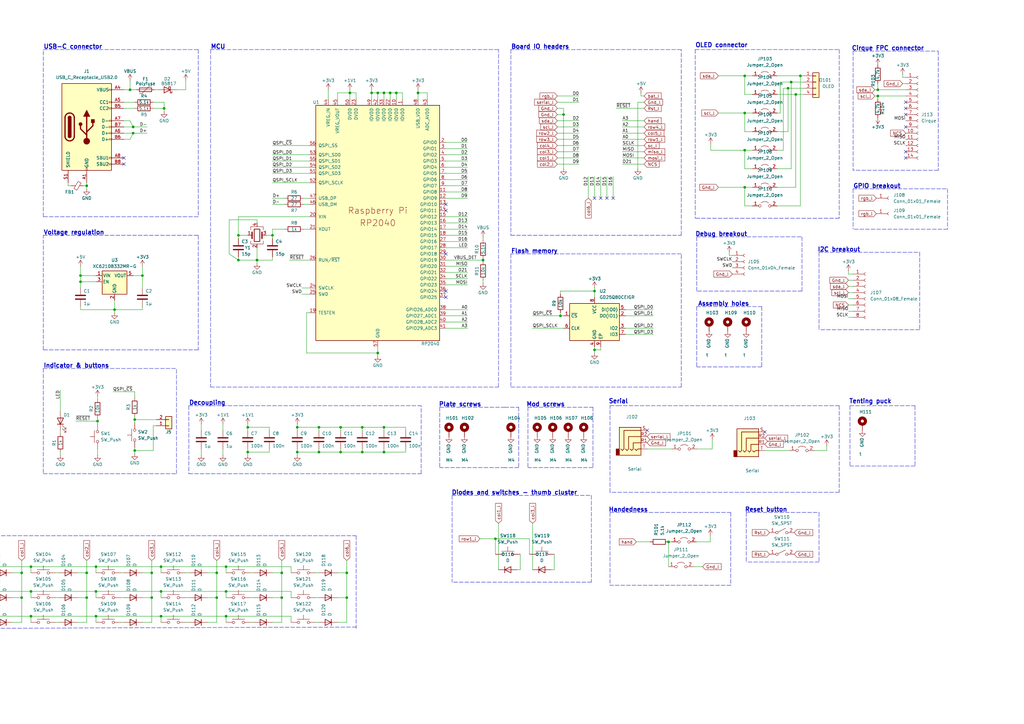
<source format=kicad_sch>
(kicad_sch (version 20211123) (generator eeschema)
  (paper "A3")
  (title_block (title "Dilemma") (date "2022-07-12") (rev "1") (company "plut0nium x bastardkb x freznel") (comment 1 "Licensed under CERN-OHL-W v2"))
  (junction (at 8.89 234.95))
  (junction (at 142.24 234.95))
  (junction (at 360.045 39.37))
  (junction (at 53.34 36.83))
  (junction (at 92.71 242.57))
  (junction (at 66.04 252.73))
  (junction (at 12.7 242.57))
  (junction (at 88.9 234.95))
  (junction (at 46.99 127))
  (junction (at 105.41 106.68))
  (junction (at 154.94 38.1))
  (junction (at -13.97 252.73))
  (junction (at 88.9 245.11))
  (junction (at 162.56 38.1))
  (junction (at 35.56 234.95))
  (junction (at 111.76 96.52))
  (junction (at 35.56 245.11))
  (junction (at 157.48 185.42))
  (junction (at 101.6 185.42))
  (junction (at -13.97 242.57))
  (junction (at 360.045 36.83))
  (junction (at 305.435 76.835))
  (junction (at 54.61 52.07))
  (junction (at 157.48 38.1))
  (junction (at 97.79 96.52))
  (junction (at 326.39 38.735))
  (junction (at 157.48 175.26))
  (junction (at 101.6 175.26))
  (junction (at 121.92 185.42))
  (junction (at 39.37 242.57))
  (junction (at 148.59 185.42))
  (junction (at 130.81 175.26))
  (junction (at 148.59 175.26))
  (junction (at 152.4 38.1))
  (junction (at 8.89 245.11))
  (junction (at 160.02 38.1))
  (junction (at 274.193 222.25))
  (junction (at 12.7 252.73))
  (junction (at 67.31 44.45))
  (junction (at 40.005 172.72))
  (junction (at 305.435 46.355))
  (junction (at 39.37 232.41))
  (junction (at 33.02 113.03))
  (junction (at 62.23 245.11))
  (junction (at 171.45 38.1))
  (junction (at 66.04 242.57))
  (junction (at 139.7 185.42))
  (junction (at 39.37 252.73))
  (junction (at 154.94 144.78))
  (junction (at 35.56 76.2))
  (junction (at 323.215 36.195))
  (junction (at 198.12 106.68))
  (junction (at -13.97 232.41))
  (junction (at 231.14 46.99))
  (junction (at 62.23 234.95))
  (junction (at 58.42 113.03))
  (junction (at 229.87 129.54))
  (junction (at 203.2 220.98))
  (junction (at 66.04 232.41))
  (junction (at 139.7 175.26))
  (junction (at 55.245 172.085))
  (junction (at 130.81 185.42))
  (junction (at 97.79 106.68))
  (junction (at 305.435 31.115))
  (junction (at 115.57 245.11))
  (junction (at 55.245 184.785))
  (junction (at 12.7 232.41))
  (junction (at 33.02 115.57))
  (junction (at 54.61 54.61))
  (junction (at 243.84 119.38))
  (junction (at 115.57 234.95))
  (junction (at 328.295 31.115))
  (junction (at 92.71 252.73))
  (junction (at 324.485 33.655))
  (junction (at 143.51 38.1))
  (junction (at 92.71 232.41))
  (junction (at 142.24 245.11))
  (junction (at 305.435 61.595))
  (junction (at 243.84 143.51))
  (junction (at 121.92 175.26))
  (no_connect (at 371.475 52.07))
  (no_connect (at 371.475 41.91))
  (no_connect (at 371.475 44.45))
  (no_connect (at 371.475 62.23))
  (no_connect (at 371.475 64.77))
  (no_connect (at 182.88 119.38))
  (no_connect (at 182.88 121.92))
  (no_connect (at 182.88 83.82))
  (no_connect (at 182.88 104.14))
  (no_connect (at 182.88 86.36))
  (no_connect (at 265.43 176.53))
  (no_connect (at 50.8 64.77))
  (no_connect (at 50.8 67.31))
  (no_connect (at 246.38 81.28))
  (no_connect (at 248.92 81.28))
  (no_connect (at 251.46 81.28))
  (no_connect (at 243.84 81.28))
  (no_connect (at 371.475 46.99))
  (no_connect (at 313.69 177.165))
  (wire (pts (xy 5.08 234.95) (xy 8.89 234.95)))
  (polyline (pts (xy 209.55 96.52) (xy 279.4 96.52)))
  (wire (pts (xy 62.865 41.91) (xy 67.31 41.91)))
  (wire (pts (xy 171.45 38.1) (xy 171.45 40.64)))
  (wire (pts (xy -25.4 242.57) (xy -13.97 242.57)))
  (wire (pts (xy 31.75 255.27) (xy 35.56 255.27)))
  (wire (pts (xy 33.02 115.57) (xy 33.02 118.11)))
  (wire (pts (xy 115.57 229.87) (xy 115.57 234.95)))
  (wire (pts (xy 8.89 245.11) (xy 8.89 255.27)))
  (wire (pts (xy 105.41 91.44) (xy 105.41 90.17)))
  (wire (pts (xy 118.745 106.68) (xy 127 106.68)))
  (wire (pts (xy 320.04 46.355) (xy 320.04 33.655)))
  (wire (pts (xy 58.42 109.22) (xy 58.42 113.03)))
  (wire (pts (xy 39.37 245.11) (xy 39.37 242.57)))
  (wire (pts (xy 318.77 76.835) (xy 326.39 76.835)))
  (wire (pts (xy 62.23 245.11) (xy 62.23 255.27)))
  (wire (pts (xy 138.43 255.27) (xy 142.24 255.27)))
  (wire (pts (xy 55.245 170.815) (xy 55.245 172.085)))
  (wire (pts (xy 82.55 173.99) (xy 82.55 176.53)))
  (wire (pts (xy -3.81 245.11) (xy -2.54 245.11)))
  (wire (pts (xy 119.38 234.95) (xy 119.38 232.41)))
  (wire (pts (xy 267.97 134.62) (xy 256.54 134.62)))
  (wire (pts (xy 129.54 245.11) (xy 130.81 245.11)))
  (wire (pts (xy 274.193 222.25) (xy 275.463 222.25)))
  (wire (pts (xy 40.005 184.15) (xy 40.005 186.69)))
  (wire (pts (xy 119.38 255.27) (xy 119.38 252.73)))
  (wire (pts (xy 101.6 175.26) (xy 110.49 175.26)))
  (wire (pts (xy 121.92 173.99) (xy 121.92 175.26)))
  (wire (pts (xy 241.3 72.39) (xy 241.3 81.28)))
  (polyline (pts (xy 17.78 194.31) (xy 72.39 194.31)))
  (wire (pts (xy 255.27 54.61) (xy 264.16 54.61)))
  (polyline (pts (xy 344.17 20.32) (xy 344.17 89.535)))
  (wire (pts (xy 228.6 67.31) (xy 237.49 67.31)))
  (wire (pts (xy 49.53 234.95) (xy 50.8 234.95)))
  (polyline (pts (xy 204.47 158.75) (xy 204.47 20.32)))
  (wire (pts (xy 182.88 127) (xy 191.77 127)))
  (wire (pts (xy 111.76 255.27) (xy 115.57 255.27)))
  (polyline (pts (xy 285.75 97.155) (xy 328.93 97.155)))
  (wire (pts (xy 50.8 54.61) (xy 54.61 54.61)))
  (polyline (pts (xy 207.01 191.77) (xy 180.34 191.77)))
  (wire (pts (xy 91.44 173.99) (xy 91.44 176.53)))
  (wire (pts (xy 349.885 112.395) (xy 347.98 112.395)))
  (wire (pts (xy 300.355 104.775) (xy 299.085 104.775)))
  (wire (pts (xy 123.825 118.11) (xy 127 118.11)))
  (wire (pts (xy 321.31 61.595) (xy 321.31 36.195)))
  (wire (pts (xy -25.4 252.73) (xy -13.97 252.73)))
  (polyline (pts (xy 384.81 20.955) (xy 384.81 69.85)))
  (polyline (pts (xy 285.75 125.73) (xy 285.75 150.495)))
  (wire (pts (xy 267.97 137.16) (xy 256.54 137.16)))
  (wire (pts (xy 318.77 46.355) (xy 320.04 46.355)))
  (polyline (pts (xy 279.4 104.14) (xy 209.55 104.14)))
  (wire (pts (xy 111.76 66.04) (xy 127 66.04)))
  (wire (pts (xy 182.88 101.6) (xy 191.77 101.6)))
  (polyline (pts (xy 180.34 167.005) (xy 207.01 167.005)))
  (wire (pts (xy 358.775 39.37) (xy 360.045 39.37)))
  (wire (pts (xy 85.09 234.95) (xy 88.9 234.95)))
  (wire (pts (xy 72.39 36.83) (xy 76.2 36.83)))
  (wire (pts (xy 119.38 245.11) (xy 119.38 242.57)))
  (wire (pts (xy 313.69 184.785) (xy 323.85 184.785)))
  (wire (pts (xy 121.92 185.42) (xy 130.81 185.42)))
  (wire (pts (xy 305.435 84.455) (xy 308.61 84.455)))
  (wire (pts (xy 138.43 234.95) (xy 142.24 234.95)))
  (wire (pts (xy 320.04 33.655) (xy 324.485 33.655)))
  (wire (pts (xy 12.7 242.57) (xy 39.37 242.57)))
  (wire (pts (xy 33.02 113.03) (xy 39.37 113.03)))
  (wire (pts (xy 62.865 44.45) (xy 67.31 44.45)))
  (wire (pts (xy 213.36 227.33) (xy 213.36 233.68)))
  (wire (pts (xy 347.98 127.635) (xy 349.885 127.635)))
  (wire (pts (xy 101.6 175.26) (xy 101.6 176.53)))
  (wire (pts (xy 243.84 118.11) (xy 243.84 119.38)))
  (wire (pts (xy 129.54 255.27) (xy 130.81 255.27)))
  (wire (pts (xy 12.7 232.41) (xy 39.37 232.41)))
  (wire (pts (xy 109.22 96.52) (xy 111.76 96.52)))
  (wire (pts (xy 63.5 36.83) (xy 64.77 36.83)))
  (wire (pts (xy 318.77 53.975) (xy 323.215 53.975)))
  (wire (pts (xy 105.41 106.68) (xy 105.41 107.95)))
  (wire (pts (xy 162.56 38.1) (xy 165.1 38.1)))
  (wire (pts (xy 129.54 234.95) (xy 130.81 234.95)))
  (wire (pts (xy 246.38 72.39) (xy 246.38 81.28)))
  (wire (pts (xy 121.92 175.26) (xy 130.81 175.26)))
  (wire (pts (xy 92.71 255.27) (xy 92.71 252.73)))
  (wire (pts (xy 39.37 255.27) (xy 39.37 252.73)))
  (wire (pts (xy 39.37 232.41) (xy 66.04 232.41)))
  (wire (pts (xy 228.6 64.77) (xy 237.49 64.77)))
  (wire (pts (xy 97.79 96.52) (xy 97.79 88.9)))
  (wire (pts (xy 49.53 245.11) (xy 50.8 245.11)))
  (wire (pts (xy 111.76 68.58) (xy 127 68.58)))
  (wire (pts (xy 198.12 114.935) (xy 198.12 116.205)))
  (wire (pts (xy 143.51 38.1) (xy 143.51 40.64)))
  (wire (pts (xy 182.88 129.54) (xy 191.77 129.54)))
  (wire (pts (xy 130.81 184.15) (xy 130.81 185.42)))
  (polyline (pts (xy -40.64 219.71) (xy -40.64 257.81)))
  (wire (pts (xy 54.61 52.07) (xy 50.8 52.07)))
  (polyline (pts (xy 243.205 191.77) (xy 216.535 191.77)))
  (polyline (pts (xy 81.28 88.9) (xy 17.78 88.9)))
  (wire (pts (xy 121.92 185.42) (xy 121.92 186.69)))
  (wire (pts (xy 231.14 46.99) (xy 231.14 69.215)))
  (polyline (pts (xy 375.285 191.135) (xy 348.615 191.135)))
  (wire (pts (xy 267.97 127) (xy 256.54 127)))
  (wire (pts (xy 227.33 233.68) (xy 226.06 233.68)))
  (wire (pts (xy 33.02 127) (xy 46.99 127)))
  (wire (pts (xy 62.23 234.95) (xy 62.23 245.11)))
  (wire (pts (xy 125.73 128.27) (xy 127 128.27)))
  (wire (pts (xy 101.6 185.42) (xy 101.6 186.69)))
  (wire (pts (xy 308.61 69.215) (xy 305.435 69.215)))
  (wire (pts (xy 308.61 53.975) (xy 305.435 53.975)))
  (wire (pts (xy 124.46 81.28) (xy 127 81.28)))
  (wire (pts (xy 50.8 49.53) (xy 53.34 49.53)))
  (wire (pts (xy 264.16 41.91) (xy 261.62 41.91)))
  (wire (pts (xy 22.86 234.95) (xy 24.13 234.95)))
  (wire (pts (xy 227.33 227.33) (xy 227.33 233.68)))
  (wire (pts (xy 93.98 90.17) (xy 93.98 104.14)))
  (wire (pts (xy 101.6 185.42) (xy 110.49 185.42)))
  (wire (pts (xy 251.46 81.28) (xy 251.46 72.39)))
  (wire (pts (xy 139.7 185.42) (xy 148.59 185.42)))
  (polyline (pts (xy 216.535 167.005) (xy 243.205 167.005)))
  (wire (pts (xy 124.46 93.98) (xy 127 93.98)))
  (wire (pts (xy 102.87 245.11) (xy 104.14 245.11)))
  (polyline (pts (xy 335.915 103.505) (xy 377.19 103.505)))
  (polyline (pts (xy 242.57 203.2) (xy 242.57 238.76)))
  (wire (pts (xy 321.31 36.195) (xy 323.215 36.195)))
  (wire (pts (xy 53.34 49.53) (xy 54.61 52.07)))
  (polyline (pts (xy 242.57 238.76) (xy 185.42 238.76)))
  (wire (pts (xy 34.29 76.2) (xy 35.56 76.2)))
  (wire (pts (xy 243.84 142.24) (xy 243.84 143.51)))
  (wire (pts (xy 328.295 31.115) (xy 329.565 31.115)))
  (wire (pts (xy 35.56 234.95) (xy 35.56 245.11)))
  (wire (pts (xy 157.48 38.1) (xy 157.48 40.64)))
  (wire (pts (xy 111.76 106.68) (xy 111.76 105.41)))
  (wire (pts (xy 62.865 174.625) (xy 62.865 184.785)))
  (wire (pts (xy 50.8 36.83) (xy 53.34 36.83)))
  (wire (pts (xy 347.98 112.395) (xy 347.98 111.125)))
  (wire (pts (xy 46.355 160.655) (xy 55.245 160.655)))
  (wire (pts (xy 53.34 36.83) (xy 55.88 36.83)))
  (wire (pts (xy 58.42 125.73) (xy 58.42 127)))
  (wire (pts (xy 85.09 245.11) (xy 88.9 245.11)))
  (wire (pts (xy 255.27 64.77) (xy 264.16 64.77)))
  (wire (pts (xy 255.27 62.23) (xy 264.16 62.23)))
  (wire (pts (xy 229.87 129.54) (xy 231.14 129.54)))
  (wire (pts (xy 248.92 81.28) (xy 248.92 72.39)))
  (wire (pts (xy 105.41 106.68) (xy 111.76 106.68)))
  (wire (pts (xy 22.86 255.27) (xy 24.13 255.27)))
  (wire (pts (xy 154.94 144.78) (xy 154.94 146.05)))
  (wire (pts (xy 360.045 34.29) (xy 360.045 36.83)))
  (polyline (pts (xy 299.72 210.185) (xy 299.72 240.03)))
  (wire (pts (xy 274.193 222.25) (xy 274.193 232.41)))
  (wire (pts (xy 182.88 109.22) (xy 191.77 109.22)))
  (wire (pts (xy 152.4 36.83) (xy 152.4 38.1)))
  (polyline (pts (xy 306.07 210.185) (xy 306.07 230.505)))
  (wire (pts (xy 146.05 40.64) (xy 146.05 38.1)))
  (wire (pts (xy 154.94 142.24) (xy 154.94 144.78)))
  (wire (pts (xy 40.005 171.45) (xy 40.005 172.72)))
  (wire (pts (xy 324.485 33.655) (xy 329.565 33.655)))
  (wire (pts (xy 175.26 40.64) (xy 175.26 38.1)))
  (wire (pts (xy 12.7 252.73) (xy 39.37 252.73)))
  (wire (pts (xy 347.98 120.015) (xy 349.885 120.015)))
  (wire (pts (xy 58.42 245.11) (xy 62.23 245.11)))
  (wire (pts (xy 55.245 160.655) (xy 55.245 163.195)))
  (wire (pts (xy 198.12 106.68) (xy 198.12 107.315)))
  (wire (pts (xy 347.98 117.475) (xy 349.885 117.475)))
  (wire (pts (xy 139.7 184.15) (xy 139.7 185.42)))
  (wire (pts (xy 92.71 232.41) (xy 119.38 232.41)))
  (wire (pts (xy 157.48 185.42) (xy 166.37 185.42)))
  (wire (pts (xy 92.71 234.95) (xy 92.71 232.41)))
  (wire (pts (xy 182.88 68.58) (xy 191.77 68.58)))
  (wire (pts (xy 27.94 76.2) (xy 29.21 76.2)))
  (wire (pts (xy -3.81 255.27) (xy -2.54 255.27)))
  (polyline (pts (xy 384.81 69.85) (xy 349.885 69.85)))
  (wire (pts (xy 182.88 114.3) (xy 191.77 114.3)))
  (wire (pts (xy 97.79 106.68) (xy 105.41 106.68)))
  (wire (pts (xy 66.04 252.73) (xy 92.71 252.73)))
  (wire (pts (xy 166.37 176.53) (xy 166.37 175.26)))
  (wire (pts (xy 171.45 38.1) (xy 175.26 38.1)))
  (wire (pts (xy 243.84 143.51) (xy 246.38 143.51)))
  (wire (pts (xy 125.73 128.27) (xy 125.73 144.78)))
  (wire (pts (xy 139.7 175.26) (xy 148.59 175.26)))
  (wire (pts (xy 262.89 39.37) (xy 264.16 39.37)))
  (wire (pts (xy 50.8 41.91) (xy 55.245 41.91)))
  (wire (pts (xy 328.295 84.455) (xy 328.295 31.115)))
  (wire (pts (xy -13.97 255.27) (xy -13.97 252.73)))
  (wire (pts (xy 305.435 76.835) (xy 305.435 84.455)))
  (wire (pts (xy 58.42 113.03) (xy 58.42 118.11)))
  (wire (pts (xy 326.39 38.735) (xy 329.565 38.735)))
  (wire (pts (xy 218.44 134.62) (xy 231.14 134.62)))
  (wire (pts (xy 228.6 39.37) (xy 237.49 39.37)))
  (wire (pts (xy 152.4 38.1) (xy 152.4 40.64)))
  (wire (pts (xy 323.215 53.975) (xy 323.215 36.195)))
  (wire (pts (xy 55.245 172.085) (xy 55.245 173.355)))
  (wire (pts (xy 105.41 90.17) (xy 93.98 90.17)))
  (wire (pts (xy 58.42 255.27) (xy 62.23 255.27)))
  (wire (pts (xy 203.2 220.98) (xy 203.2 227.33)))
  (wire (pts (xy 305.435 76.835) (xy 308.61 76.835)))
  (wire (pts (xy 66.04 242.57) (xy 92.71 242.57)))
  (wire (pts (xy 58.42 234.95) (xy 62.23 234.95)))
  (polyline (pts (xy 388.62 93.98) (xy 349.885 93.98)))
  (wire (pts (xy 255.27 52.07) (xy 264.16 52.07)))
  (wire (pts (xy 228.6 59.69) (xy 237.49 59.69)))
  (polyline (pts (xy 209.55 104.14) (xy 209.55 158.75)))
  (wire (pts (xy 22.86 245.11) (xy 24.13 245.11)))
  (polyline (pts (xy 377.19 103.505) (xy 377.19 135.255)))
  (wire (pts (xy 347.98 125.095) (xy 349.885 125.095)))
  (wire (pts (xy 142.24 229.87) (xy 142.24 234.95)))
  (polyline (pts (xy 285.75 97.155) (xy 285.75 119.38)))
  (wire (pts (xy 360.045 36.83) (xy 371.475 36.83)))
  (wire (pts (xy 318.77 61.595) (xy 321.31 61.595)))
  (wire (pts (xy 148.59 175.26) (xy 157.48 175.26)))
  (wire (pts (xy 243.84 72.39) (xy 243.84 81.28)))
  (wire (pts (xy 110.49 184.15) (xy 110.49 185.42)))
  (wire (pts (xy 231.14 44.45) (xy 231.14 46.99)))
  (wire (pts (xy -3.81 234.95) (xy -2.54 234.95)))
  (polyline (pts (xy 185.42 203.2) (xy 242.57 203.2)))
  (polyline (pts (xy 17.78 151.13) (xy 17.78 194.31)))
  (wire (pts (xy 182.88 106.68) (xy 198.12 106.68)))
  (wire (pts (xy 39.37 234.95) (xy 39.37 232.41)))
  (wire (pts (xy 243.84 119.38) (xy 243.84 121.92)))
  (polyline (pts (xy 349.885 77.47) (xy 349.885 93.98)))
  (wire (pts (xy 182.88 132.08) (xy 191.77 132.08)))
  (wire (pts (xy 24.765 176.53) (xy 24.765 177.8)))
  (wire (pts (xy 291.338 222.25) (xy 291.338 219.71)))
  (polyline (pts (xy 348.615 166.37) (xy 348.615 191.135)))
  (wire (pts (xy 182.88 111.76) (xy 191.77 111.76)))
  (wire (pts (xy 111.76 96.52) (xy 111.76 97.79)))
  (wire (pts (xy 62.865 184.785) (xy 55.245 184.785)))
  (wire (pts (xy 62.23 229.87) (xy 62.23 234.95)))
  (polyline (pts (xy 388.62 77.47) (xy 388.62 93.98)))
  (polyline (pts (xy 243.205 167.005) (xy 243.205 191.77)))
  (polyline (pts (xy 312.42 150.495) (xy 285.75 150.495)))
  (wire (pts (xy 228.6 57.15) (xy 237.49 57.15)))
  (wire (pts (xy 121.92 184.15) (xy 121.92 185.42)))
  (polyline (pts (xy 180.34 167.005) (xy 180.34 191.77)))
  (polyline (pts (xy 328.93 119.38) (xy 285.75 119.38)))
  (wire (pts (xy 171.45 36.83) (xy 171.45 38.1)))
  (wire (pts (xy 102.87 234.95) (xy 104.14 234.95)))
  (wire (pts (xy 97.79 97.79) (xy 97.79 96.52)))
  (polyline (pts (xy 207.01 167.005) (xy 212.725 167.005)))
  (wire (pts (xy 24.765 185.42) (xy 24.765 186.69)))
  (wire (pts (xy 115.57 245.11) (xy 115.57 255.27)))
  (polyline (pts (xy 279.4 96.52) (xy 279.4 20.32)))
  (wire (pts (xy 67.31 44.45) (xy 67.31 45.72)))
  (polyline (pts (xy 17.78 20.32) (xy 81.28 20.32)))
  (wire (pts (xy 360.045 39.37) (xy 360.045 40.64)))
  (polyline (pts (xy 344.17 89.535) (xy 285.115 89.535)))
  (wire (pts (xy -13.97 252.73) (xy 12.7 252.73)))
  (wire (pts (xy 203.2 220.98) (xy 217.17 220.98)))
  (wire (pts (xy 228.6 54.61) (xy 237.49 54.61)))
  (wire (pts (xy 218.44 129.54) (xy 229.87 129.54)))
  (wire (pts (xy 305.435 69.215) (xy 305.435 61.595)))
  (wire (pts (xy 305.435 31.115) (xy 308.61 31.115)))
  (wire (pts (xy 130.81 185.42) (xy 139.7 185.42)))
  (wire (pts (xy -13.97 234.95) (xy -13.97 232.41)))
  (wire (pts (xy 82.55 184.15) (xy 82.55 186.69)))
  (wire (pts (xy 12.7 255.27) (xy 12.7 252.73)))
  (wire (pts (xy 12.7 245.11) (xy 12.7 242.57)))
  (wire (pts (xy 182.88 73.66) (xy 191.77 73.66)))
  (wire (pts (xy 12.7 234.95) (xy 12.7 232.41)))
  (wire (pts (xy 294.64 76.835) (xy 305.435 76.835)))
  (wire (pts (xy 97.79 105.41) (xy 97.79 106.68)))
  (wire (pts (xy 323.215 36.195) (xy 329.565 36.195)))
  (wire (pts (xy 130.81 175.26) (xy 130.81 176.53)))
  (wire (pts (xy 305.435 38.735) (xy 305.435 31.115)))
  (wire (pts (xy 285.75 184.15) (xy 292.1 184.15)))
  (wire (pts (xy 324.485 69.215) (xy 324.485 33.655)))
  (wire (pts (xy 182.88 63.5) (xy 191.77 63.5)))
  (wire (pts (xy 204.47 214.63) (xy 204.47 233.68)))
  (polyline (pts (xy 250.19 201.93) (xy 250.19 166.37)))
  (polyline (pts (xy 344.17 201.93) (xy 250.19 201.93)))
  (wire (pts (xy 97.79 96.52) (xy 101.6 96.52)))
  (wire (pts (xy 5.08 255.27) (xy 8.89 255.27)))
  (wire (pts (xy 111.76 71.12) (xy 127 71.12)))
  (wire (pts (xy 91.44 184.15) (xy 91.44 186.69)))
  (wire (pts (xy 64.135 174.625) (xy 62.865 174.625)))
  (wire (pts (xy 154.94 38.1) (xy 157.48 38.1)))
  (wire (pts (xy 182.88 96.52) (xy 191.77 96.52)))
  (wire (pts (xy 182.88 93.98) (xy 191.77 93.98)))
  (wire (pts (xy 111.76 245.11) (xy 115.57 245.11)))
  (wire (pts (xy 326.39 76.835) (xy 326.39 38.735)))
  (wire (pts (xy 229.87 128.27) (xy 229.87 129.54)))
  (wire (pts (xy 148.59 184.15) (xy 148.59 185.42)))
  (polyline (pts (xy 344.17 166.37) (xy 344.17 201.93)))
  (wire (pts (xy 35.56 229.87) (xy 35.56 234.95)))
  (polyline (pts (xy 81.28 20.32) (xy 81.28 88.9)))
  (wire (pts (xy 67.31 41.91) (xy 67.31 44.45)))
  (wire (pts (xy 160.02 38.1) (xy 160.02 40.64)))
  (wire (pts (xy 265.43 184.15) (xy 275.59 184.15)))
  (wire (pts (xy 138.43 245.11) (xy 142.24 245.11)))
  (polyline (pts (xy 335.915 230.505) (xy 306.07 230.505)))
  (polyline (pts (xy 17.78 96.52) (xy 81.28 96.52)))
  (wire (pts (xy 76.2 255.27) (xy 77.47 255.27)))
  (wire (pts (xy 358.775 36.83) (xy 360.045 36.83)))
  (wire (pts (xy 334.01 184.785) (xy 339.09 184.785)))
  (wire (pts (xy 33.02 125.73) (xy 33.02 127)))
  (wire (pts (xy 53.34 33.02) (xy 53.34 36.83)))
  (wire (pts (xy 35.56 76.2) (xy 35.56 77.47)))
  (polyline (pts (xy 212.725 191.77) (xy 207.01 191.77)))
  (wire (pts (xy 370.205 31.75) (xy 370.205 30.48)))
  (wire (pts (xy -25.4 232.41) (xy -13.97 232.41)))
  (polyline (pts (xy 77.47 194.31) (xy 172.72 194.31)))
  (wire (pts (xy 255.27 59.69) (xy 264.16 59.69)))
  (wire (pts (xy 66.04 245.11) (xy 66.04 242.57)))
  (polyline (pts (xy 216.535 167.005) (xy 216.535 191.77)))
  (wire (pts (xy 27.94 74.93) (xy 27.94 76.2)))
  (wire (pts (xy 318.77 38.735) (xy 326.39 38.735)))
  (wire (pts (xy 217.17 220.98) (xy 217.17 227.33)))
  (wire (pts (xy 97.79 88.9) (xy 127 88.9)))
  (wire (pts (xy 252.73 44.45) (xy 264.16 44.45)))
  (polyline (pts (xy 285.75 125.73) (xy 312.42 125.73)))
  (wire (pts (xy 31.75 245.11) (xy 35.56 245.11)))
  (wire (pts (xy 88.9 245.11) (xy 88.9 255.27)))
  (wire (pts (xy 92.71 242.57) (xy 119.38 242.57)))
  (wire (pts (xy 182.88 116.84) (xy 191.77 116.84)))
  (wire (pts (xy 246.38 142.24) (xy 246.38 143.51)))
  (wire (pts (xy 294.64 31.115) (xy 305.435 31.115)))
  (polyline (pts (xy 349.885 77.47) (xy 388.62 77.47)))
  (wire (pts (xy 76.2 33.02) (xy 76.2 36.83)))
  (wire (pts (xy 55.245 183.515) (xy 55.245 184.785)))
  (wire (pts (xy 50.8 44.45) (xy 55.245 44.45)))
  (wire (pts (xy 111.76 83.82) (xy 116.84 83.82)))
  (wire (pts (xy 267.97 129.54) (xy 256.54 129.54)))
  (wire (pts (xy 148.59 185.42) (xy 157.48 185.42)))
  (wire (pts (xy 142.24 234.95) (xy 142.24 245.11)))
  (wire (pts (xy 228.6 52.07) (xy 237.49 52.07)))
  (wire (pts (xy 33.02 109.22) (xy 33.02 113.03)))
  (polyline (pts (xy 250.19 166.37) (xy 253.365 166.37)))
  (wire (pts (xy 229.87 119.38) (xy 243.84 119.38)))
  (wire (pts (xy 138.43 38.1) (xy 143.51 38.1)))
  (wire (pts (xy 228.6 41.91) (xy 237.49 41.91)))
  (wire (pts (xy 33.02 113.03) (xy 33.02 115.57)))
  (wire (pts (xy 49.53 255.27) (xy 50.8 255.27)))
  (wire (pts (xy 111.76 63.5) (xy 127 63.5)))
  (wire (pts (xy 55.245 184.785) (xy 55.245 186.055)))
  (wire (pts (xy 35.56 245.11) (xy 35.56 255.27)))
  (wire (pts (xy 148.59 175.26) (xy 148.59 176.53)))
  (wire (pts (xy 339.09 184.785) (xy 339.09 182.88)))
  (polyline (pts (xy 172.72 194.31) (xy 172.72 166.37)))
  (polyline (pts (xy 81.28 143.51) (xy 17.78 143.51)))
  (wire (pts (xy 116.84 93.98) (xy 111.76 93.98)))
  (wire (pts (xy 143.51 36.83) (xy 143.51 38.1)))
  (polyline (pts (xy 17.78 88.9) (xy 17.78 20.32)))
  (polyline (pts (xy 185.42 203.2) (xy 185.42 238.76)))
  (wire (pts (xy 284.353 232.41) (xy 288.163 232.41)))
  (wire (pts (xy 111.76 59.69) (xy 127 59.69)))
  (wire (pts (xy 39.37 242.57) (xy 66.04 242.57)))
  (wire (pts (xy 102.87 255.27) (xy 104.14 255.27)))
  (wire (pts (xy 142.24 245.11) (xy 142.24 255.27)))
  (wire (pts (xy 85.09 255.27) (xy 88.9 255.27)))
  (wire (pts (xy 165.1 40.64) (xy 165.1 38.1)))
  (polyline (pts (xy 209.55 158.75) (xy 279.4 158.75)))
  (polyline (pts (xy 77.47 166.37) (xy 172.72 166.37)))
  (polyline (pts (xy 349.885 20.955) (xy 384.81 20.955)))
  (wire (pts (xy 24.765 160.02) (xy 24.765 168.91)))
  (polyline (pts (xy 299.72 240.03) (xy 250.19 240.03)))
  (wire (pts (xy 157.48 38.1) (xy 160.02 38.1)))
  (wire (pts (xy 291.465 61.595) (xy 305.435 61.595)))
  (wire (pts (xy 111.76 93.98) (xy 111.76 96.52)))
  (polyline (pts (xy -40.64 219.71) (xy 146.05 219.71)))
  (wire (pts (xy 46.99 123.19) (xy 46.99 127)))
  (polyline (pts (xy 253.365 166.37) (xy 344.17 166.37)))
  (wire (pts (xy 93.98 104.14) (xy 97.79 106.68)))
  (wire (pts (xy 229.87 120.65) (xy 229.87 119.38)))
  (wire (pts (xy 8.89 229.87) (xy 8.89 234.95)))
  (wire (pts (xy 123.825 120.65) (xy 127 120.65)))
  (polyline (pts (xy 375.285 166.37) (xy 375.285 191.135)))
  (polyline (pts (xy 328.93 97.155) (xy 328.93 119.38)))
  (wire (pts (xy 347.98 114.935) (xy 349.885 114.935)))
  (wire (pts (xy 291.465 61.595) (xy 291.465 59.055)))
  (wire (pts (xy 213.36 233.68) (xy 212.09 233.68)))
  (wire (pts (xy 228.6 49.53) (xy 237.49 49.53)))
  (wire (pts (xy 88.9 229.87) (xy 88.9 234.95)))
  (wire (pts (xy 371.475 31.75) (xy 370.205 31.75)))
  (wire (pts (xy 285.623 222.25) (xy 291.338 222.25)))
  (wire (pts (xy 198.12 97.155) (xy 198.12 98.425)))
  (wire (pts (xy -13.97 232.41) (xy 12.7 232.41)))
  (wire (pts (xy 124.46 83.82) (xy 127 83.82)))
  (wire (pts (xy 88.9 234.95) (xy 88.9 245.11)))
  (wire (pts (xy 182.88 60.96) (xy 191.77 60.96)))
  (wire (pts (xy 8.89 234.95) (xy 8.89 245.11)))
  (wire (pts (xy 92.71 245.11) (xy 92.71 242.57)))
  (wire (pts (xy 218.44 214.63) (xy 218.44 233.68)))
  (wire (pts (xy 228.6 44.45) (xy 231.14 44.45)))
  (polyline (pts (xy 349.885 20.955) (xy 349.885 69.85)))
  (wire (pts (xy 157.48 175.26) (xy 166.37 175.26)))
  (wire (pts (xy 294.64 46.355) (xy 305.435 46.355)))
  (wire (pts (xy 105.41 101.6) (xy 105.41 106.68)))
  (wire (pts (xy 318.77 31.115) (xy 328.295 31.115)))
  (polyline (pts (xy 279.4 20.32) (xy 209.55 20.32)))
  (wire (pts (xy 182.88 76.2) (xy 191.77 76.2)))
  (wire (pts (xy 54.61 54.61) (xy 53.34 57.15)))
  (wire (pts (xy 54.61 113.03) (xy 58.42 113.03)))
  (wire (pts (xy 39.37 252.73) (xy 66.04 252.73)))
  (wire (pts (xy 182.88 78.74) (xy 191.77 78.74)))
  (wire (pts (xy 121.92 175.26) (xy 121.92 176.53)))
  (wire (pts (xy 111.76 74.93) (xy 127 74.93)))
  (polyline (pts (xy 209.55 20.32) (xy 209.55 96.52)))
  (wire (pts (xy 54.61 52.07) (xy 60.325 52.07)))
  (wire (pts (xy 262.89 38.1) (xy 262.89 39.37)))
  (wire (pts (xy 138.43 40.64) (xy 138.43 38.1)))
  (polyline (pts (xy 86.36 158.75) (xy 204.47 158.75)))
  (wire (pts (xy 154.94 38.1) (xy 154.94 40.64)))
  (wire (pts (xy 31.75 234.95) (xy 35.56 234.95)))
  (wire (pts (xy 196.85 220.98) (xy 203.2 220.98)))
  (wire (pts (xy 157.48 175.26) (xy 157.48 176.53)))
  (polyline (pts (xy 17.78 143.51) (xy 17.78 96.52)))
  (wire (pts (xy 308.61 38.735) (xy 305.435 38.735)))
  (polyline (pts (xy 146.05 257.175) (xy -40.64 257.81)))
  (polyline (pts (xy 204.47 20.32) (xy 86.36 20.32)))
  (wire (pts (xy 111.76 234.95) (xy 115.57 234.95)))
  (wire (pts (xy 76.2 234.95) (xy 77.47 234.95)))
  (wire (pts (xy 182.88 58.42) (xy 191.77 58.42)))
  (wire (pts (xy 66.04 232.41) (xy 92.71 232.41)))
  (wire (pts (xy 182.88 91.44) (xy 191.77 91.44)))
  (wire (pts (xy 111.76 81.28) (xy 116.84 81.28)))
  (wire (pts (xy 76.2 245.11) (xy 77.47 245.11)))
  (wire (pts (xy 162.56 38.1) (xy 162.56 40.64)))
  (wire (pts (xy 198.12 106.045) (xy 198.12 106.68)))
  (wire (pts (xy 370.205 34.29) (xy 371.475 34.29)))
  (wire (pts (xy 182.88 134.62) (xy 191.77 134.62)))
  (polyline (pts (xy 77.47 166.37) (xy 77.47 194.31)))
  (wire (pts (xy 5.08 245.11) (xy 8.89 245.11)))
  (wire (pts (xy 255.27 57.15) (xy 264.16 57.15)))
  (polyline (pts (xy 250.19 210.185) (xy 250.19 240.03)))
  (wire (pts (xy 182.88 88.9) (xy 191.77 88.9)))
  (wire (pts (xy 305.435 61.595) (xy 308.61 61.595)))
  (wire (pts (xy 182.88 66.04) (xy 191.77 66.04)))
  (wire (pts (xy -13.97 245.11) (xy -13.97 242.57)))
  (wire (pts (xy 261.62 41.91) (xy 261.62 69.215)))
  (wire (pts (xy 264.16 67.31) (xy 255.27 67.31)))
  (wire (pts (xy 243.84 143.51) (xy 243.84 144.78)))
  (wire (pts (xy 53.34 57.15) (xy 50.8 57.15)))
  (wire (pts (xy 110.49 176.53) (xy 110.49 175.26)))
  (polyline (pts (xy 306.07 210.185) (xy 335.915 210.185)))
  (wire (pts (xy 54.61 54.61) (xy 60.325 54.61)))
  (wire (pts (xy 157.48 184.15) (xy 157.48 185.42)))
  (wire (pts (xy 55.245 172.085) (xy 64.135 172.085)))
  (wire (pts (xy 228.6 46.99) (xy 231.14 46.99)))
  (wire (pts (xy 305.435 53.975) (xy 305.435 46.355)))
  (wire (pts (xy 160.02 38.1) (xy 162.56 38.1)))
  (polyline (pts (xy 81.28 96.52) (xy 81.28 143.51)))
  (wire (pts (xy 35.56 74.93) (xy 35.56 76.2)))
  (polyline (pts (xy 335.915 210.185) (xy 335.915 230.505)))
  (wire (pts (xy 299.085 104.775) (xy 299.085 103.505)))
  (polyline (pts (xy 348.615 166.37) (xy 375.285 166.37)))
  (polyline (pts (xy 72.39 194.31) (xy 72.39 151.13)))
  (wire (pts (xy 152.4 38.1) (xy 154.94 38.1)))
  (polyline (pts (xy 377.19 135.255) (xy 335.915 135.255)))
  (polyline (pts (xy 212.725 167.005) (xy 212.725 191.77)))
  (wire (pts (xy 182.88 81.28) (xy 191.77 81.28)))
  (wire (pts (xy 46.99 127) (xy 46.99 128.27)))
  (polyline (pts (xy 312.42 125.73) (xy 312.42 150.495)))
  (wire (pts (xy 166.37 184.15) (xy 166.37 185.42)))
  (polyline (pts (xy 17.78 151.13) (xy 72.39 151.13)))
  (wire (pts (xy 40.005 172.72) (xy 40.005 173.99)))
  (wire (pts (xy 347.98 130.175) (xy 349.885 130.175)))
  (wire (pts (xy 101.6 184.15) (xy 101.6 185.42)))
  (wire (pts (xy 92.71 252.73) (xy 119.38 252.73)))
  (wire (pts (xy 260.985 222.25) (xy 266.573 222.25)))
  (wire (pts (xy 360.045 39.37) (xy 371.475 39.37)))
  (wire (pts (xy -13.97 242.57) (xy 12.7 242.57)))
  (wire (pts (xy 31.115 172.72) (xy 40.005 172.72)))
  (wire (pts (xy 40.005 162.56) (xy 40.005 163.83)))
  (polyline (pts (xy 86.36 20.32) (xy 86.36 158.75)))
  (wire (pts (xy 292.1 184.15) (xy 292.1 180.34)))
  (wire (pts (xy 125.73 144.78) (xy 154.94 144.78)))
  (wire (pts (xy 347.98 122.555) (xy 349.885 122.555)))
  (wire (pts (xy 182.88 71.12) (xy 191.77 71.12)))
  (polyline (pts (xy 250.19 210.185) (xy 299.72 210.185)))
  (wire (pts (xy 134.62 36.83) (xy 134.62 40.64)))
  (wire (pts (xy 143.51 38.1) (xy 146.05 38.1)))
  (wire (pts (xy 139.7 175.26) (xy 139.7 176.53)))
  (wire (pts (xy 115.57 234.95) (xy 115.57 245.11)))
  (wire (pts (xy 318.77 69.215) (xy 324.485 69.215)))
  (wire (pts (xy 318.77 84.455) (xy 328.295 84.455)))
  (wire (pts (xy 46.99 127) (xy 58.42 127)))
  (wire (pts (xy 66.04 255.27) (xy 66.04 252.73)))
  (polyline (pts (xy 335.915 103.505) (xy 335.915 135.255)))
  (wire (pts (xy 101.6 173.99) (xy 101.6 175.26)))
  (wire (pts (xy 33.02 115.57) (xy 39.37 115.57)))
  (polyline (pts (xy 285.115 20.32) (xy 344.17 20.32)))
  (wire (pts (xy 182.88 99.06) (xy 191.77 99.06)))
  (wire (pts (xy 228.6 62.23) (xy 237.49 62.23)))
  (wire (pts (xy 66.04 234.95) (xy 66.04 232.41)))
  (wire (pts (xy 255.27 49.53) (xy 264.16 49.53)))
  (wire (pts (xy 130.81 175.26) (xy 139.7 175.26)))
  (polyline (pts (xy 285.115 20.32) (xy 285.115 89.535)))
  (polyline (pts (xy 279.4 158.75) (xy 279.4 104.14)))
  (wire (pts (xy 305.435 46.355) (xy 308.61 46.355)))
  (polyline (pts (xy 146.05 219.71) (xy 146.05 257.81)))
  (text "Tenting puck" (at 365.76 165.735 180) (effects (font (size 1.778 1.778) (thickness 0.3556) bold) (justify right bottom)))
  (text "Debug breakout" (at 285.115 97.155 0) (effects (font (size 1.778 1.778) (thickness 0.3556) bold) (justify left bottom)))
  (text "Decoupling" (at 77.47 166.37 0) (effects (font (size 1.778 1.778) (thickness 0.3556) bold) (justify left bottom)))
  (text "Board IO headers" (at 209.55 20.32 0) (effects (font (size 1.778 1.778) (thickness 0.3556) bold) (justify left bottom)))
  (text "USB-C connector" (at 17.78 20.32 0) (effects (font (size 1.778 1.778) (thickness 0.3556) bold) (justify left bottom)))
  (text "Reset button" (at 305.435 210.185 0) (effects (font (size 1.778 1.778) (thickness 0.3556) bold) (justify left bottom)))
  (text "I2C breakout" (at 335.28 103.505 0) (effects (font (size 1.778 1.778) (thickness 0.3556) bold) (justify left bottom)))
  (text "Diodes and switches - plate" (at -1.27 219.71 180) (effects (font (size 1.778 1.778) (thickness 0.3556) bold) (justify right bottom)))
  (text "Cirque FPC connector" (at 349.25 20.955 0) (effects (font (size 1.778 1.778) (thickness 0.3556) bold) (justify left bottom)))
  (text "Mod screws" (at 231.775 167.005 180) (effects (font (size 1.778 1.778) (thickness 0.3556) bold) (justify right bottom)))
  (text "Indicator & buttons" (at 17.78 151.13 0) (effects (font (size 1.778 1.778) (thickness 0.3556) bold) (justify left bottom)))
  (text "Voltage regulation" (at 17.78 96.52 0) (effects (font (size 1.778 1.778) (thickness 0.3556) bold) (justify left bottom)))
  (text "Handedness" (at 249.555 210.185 0) (effects (font (size 1.778 1.778) (thickness 0.3556) bold) (justify left bottom)))
  (text "Assembly holes" (at 307.34 125.73 180) (effects (font (size 1.778 1.778) (thickness 0.3556) bold) (justify right bottom)))
  (text "Serial" (at 249.555 165.735 0) (effects (font (size 1.778 1.778) (thickness 0.3556) bold) (justify left bottom)))
  (text "Plate screws" (at 197.485 167.005 180) (effects (font (size 1.778 1.778) (thickness 0.3556) bold) (justify right bottom)))
  (text "OLED connector" (at 285.115 19.685 0) (effects (font (size 1.778 1.778) (thickness 0.3556) bold) (justify left bottom)))
  (text "MCU" (at 86.36 20.32 0) (effects (font (size 1.778 1.778) (thickness 0.3556) bold) (justify left bottom)))
  (text "Diodes and switches - thumb cluster" (at 236.855 203.2 180) (effects (font (size 1.778 1.778) (thickness 0.3556) bold) (justify right bottom)))
  (text "GPIO breakout" (at 349.885 77.47 0) (effects (font (size 1.778 1.778) (thickness 0.3556) bold) (justify left bottom)))
  (text "Flash memory" (at 209.55 104.14 0) (effects (font (size 1.778 1.778) (thickness 0.3556) bold) (justify left bottom)))
  (label "SWCLK" (at 300.355 107.315 180))
  (label "D8" (at 191.77 78.74 180))
  (label "MOSI" (at 347.98 122.555 180))
  (label "QSPI_D2" (at 111.76 68.58 0))
  (label "SCLK" (at 191.77 114.3 180))
  (label "D15" (at 191.77 96.52 180))
  (label "D12" (at 241.3 72.39 270))
  (label "SWD" (at 123.825 120.65 180))
  (label "D16" (at 191.77 99.06 180))
  (label "LED" (at 191.77 101.6 180))
  (label "SCLK" (at 255.27 59.69 0))
  (label "D0" (at 237.49 39.37 180))
  (label "VBUS_DET" (at 195.58 106.68 180))
  (label "D6" (at 191.77 73.66 180))
  (label "MOSI" (at 191.77 116.84 180))
  (label "D8" (at 237.49 64.77 180))
  (label "A2" (at 191.77 132.08 180))
  (label "D7" (at 191.77 76.2 180))
  (label "D3" (at 191.77 66.04 180))
  (label "D-" (at 111.76 83.82 0))
  (label "D1" (at 191.77 60.96 180))
  (label "~{RESET}" (at 31.115 172.72 0))
  (label "~{RESET}" (at 252.73 44.45 0))
  (label "QSPI_SCLK" (at 218.44 134.62 0))
  (label "D4" (at 191.77 68.58 180))
  (label "D13" (at 243.84 72.39 270))
  (label "A3" (at 255.27 49.53 0))
  (label "D9" (at 237.49 67.31 180))
  (label "QSPI_D0" (at 267.97 127 180))
  (label "D16" (at 251.46 72.39 270))
  (label "SCLK" (at 347.98 130.175 180))
  (label "QSPI_~{CS}" (at 218.44 129.54 0))
  (label "QSPI_D1" (at 111.76 66.04 0))
  (label "D5" (at 237.49 57.15 180))
  (label "MOSI" (at 255.27 64.77 0))
  (label "MISO" (at 255.27 62.23 0))
  (label "~{RESET}" (at 118.745 106.68 0))
  (label "D3" (at 237.49 52.07 180))
  (label "D2" (at 237.49 49.53 180))
  (label "SWD" (at 300.355 109.855 180))
  (label "D7" (at 237.49 62.23 180))
  (label "QSPI_D3" (at 111.76 71.12 0))
  (label "QSPI_~{CS}" (at 111.76 59.69 0))
  (label "D2" (at 191.77 63.5 180))
  (label "D12" (at 191.77 88.9 180))
  (label "D14" (at 191.77 93.98 180))
  (label "A1" (at 191.77 129.54 180))
  (label "D5" (at 191.77 71.12 180))
  (label "QSPI_D2" (at 267.97 134.62 180))
  (label "D15" (at 248.92 72.39 270))
  (label "D9" (at 191.77 81.28 180))
  (label "A0" (at 255.27 57.15 0))
  (label "D+" (at 111.76 81.28 0))
  (label "D-" (at 60.325 52.07 180))
  (label "D6" (at 237.49 59.69 180))
  (label "LED" (at 24.765 160.02 270))
  (label "D21" (at 191.77 111.76 180))
  (label "D13" (at 191.77 91.44 180))
  (label "MOSI" (at 371.475 49.53 180))
  (label "QSPI_D1" (at 267.97 129.54 180))
  (label "MISO" (at 191.77 109.22 180))
  (label "SCLK" (at 371.475 59.69 180))
  (label "A2" (at 255.27 52.07 0))
  (label "D1" (at 237.49 41.91 180))
  (label "MISO" (at 371.475 57.15 180))
  (label "MISO" (at 347.98 127.635 180))
  (label "SWCLK" (at 123.825 118.11 180))
  (label "QSPI_~{CS}" (at 46.355 160.655 0))
  (label "QSPI_SCLK" (at 111.76 74.93 0))
  (label "QSPI_D3" (at 267.97 137.16 180))
  (label "A3" (at 191.77 134.62 180))
  (label "D0" (at 191.77 58.42 180))
  (label "D21" (at 255.27 67.31 0))
  (label "D+" (at 60.325 54.61 180))
  (label "A0" (at 191.77 127 180))
  (label "D14" (at 246.38 72.39 270))
  (label "QSPI_D0" (at 111.76 63.5 0))
  (label "D4" (at 237.49 54.61 180))
  (label "A1" (at 255.27 54.61 0))
  (global_label "Gnd_l" (shape input) (at 325.755 227.33 0) (property "Intersheet References" "${INTERSHEET_REFS}" (effects hide)))
  (global_label "serial_l" (shape input) (at 265.43 179.07 0) (property "Intersheet References" "${INTERSHEET_REFS}" (effects hide)))
  (global_label "hand" (shape input) (at 260.985 222.25 180) (property "Intersheet References" "${INTERSHEET_REFS}" (effects hide)))
  (global_label "Gnd_l" (shape input) (at 313.69 182.245 0) (property "Intersheet References" "${INTERSHEET_REFS}" (effects hide)))
  (global_label "mosi_l" (shape input) (at 264.16 64.77 0) (property "Intersheet References" "${INTERSHEET_REFS}" (effects hide)))
  (global_label "col5_l" (shape input) (at 264.16 54.61 0) (property "Intersheet References" "${INTERSHEET_REFS}" (effects hide)))
  (global_label "row2_l" (shape input) (at 228.6 54.61 180) (property "Intersheet References" "${INTERSHEET_REFS}" (effects hide)))
  (global_label "sc_l" (shape input) (at 264.16 59.69 0) (property "Intersheet References" "${INTERSHEET_REFS}" (effects hide)))
  (global_label "col3_l" (shape input) (at 228.6 62.23 180) (property "Intersheet References" "${INTERSHEET_REFS}" (effects hide)))
  (global_label "Gnd_l" (shape input) (at 370.205 34.29 180) (property "Intersheet References" "${INTERSHEET_REFS}" (effects hide)))
  (global_label "col2_l" (shape input) (at 228.6 67.31 180) (property "Intersheet References" "${INTERSHEET_REFS}" (effects hide)))
  (global_label "col3_l" (shape input) (at 62.23 229.87 90) (property "Intersheet References" "${INTERSHEET_REFS}" (effects hide)))
  (global_label "col1_l" (shape input) (at 8.89 229.87 90) (property "Intersheet References" "${INTERSHEET_REFS}" (effects hide)))
  (global_label "row3_l" (shape input) (at -25.4 242.57 180) (property "Intersheet References" "${INTERSHEET_REFS}" (effects hide)))
  (global_label "NCS" (shape input) (at 264.16 67.31 0) (property "Intersheet References" "${INTERSHEET_REFS}" (effects hide)))
  (global_label "col6_l" (shape input) (at 142.24 229.87 90) (property "Intersheet References" "${INTERSHEET_REFS}" (effects hide)))
  (global_label "bat_l" (shape input) (at 264.16 39.37 0) (property "Intersheet References" "${INTERSHEET_REFS}" (effects hide)))
  (global_label "sda_l" (shape input) (at 358.775 36.83 180) (property "Intersheet References" "${INTERSHEET_REFS}" (effects hide)))
  (global_label "sda_l" (shape input) (at 228.6 49.53 180) (property "Intersheet References" "${INTERSHEET_REFS}" (effects hide)))
  (global_label "sda_l" (shape input) (at 294.64 31.115 180) (property "Intersheet References" "${INTERSHEET_REFS}" (effects hide)))
  (global_label "Gnd_l" (shape input) (at 264.16 41.91 0) (property "Intersheet References" "${INTERSHEET_REFS}" (effects hide)))
  (global_label "Rst_l" (shape input) (at 264.16 44.45 0) (property "Intersheet References" "${INTERSHEET_REFS}" (effects hide)))
  (global_label "col4_l" (shape input) (at 88.9 229.87 90) (property "Intersheet References" "${INTERSHEET_REFS}" (effects hide)))
  (global_label "row4_l" (shape input) (at -25.4 252.73 180) (property "Intersheet References" "${INTERSHEET_REFS}" (effects hide)))
  (global_label "Gnd_l" (shape input) (at 265.43 181.61 0) (property "Intersheet References" "${INTERSHEET_REFS}" (effects hide)))
  (global_label "Gnd_l" (shape input) (at 228.6 44.45 180) (property "Intersheet References" "${INTERSHEET_REFS}" (effects hide)))
  (global_label "col5_l" (shape input) (at 115.57 229.87 90) (property "Intersheet References" "${INTERSHEET_REFS}" (effects hide)))
  (global_label "row1_l" (shape input) (at 196.85 220.98 180) (property "Intersheet References" "${INTERSHEET_REFS}" (effects hide)))
  (global_label "rgb_l" (shape input) (at 359.41 87.63 180) (property "Intersheet References" "${INTERSHEET_REFS}" (effects hide)))
  (global_label "Rst_l" (shape input) (at 315.595 227.33 180) (property "Intersheet References" "${INTERSHEET_REFS}" (effects hide)))
  (global_label "Gnd_l" (shape input) (at 325.755 218.44 0) (property "Intersheet References" "${INTERSHEET_REFS}" (effects hide)))
  (global_label "row1_l" (shape input) (at 264.16 57.15 0) (property "Intersheet References" "${INTERSHEET_REFS}" (effects hide)))
  (global_label "rgb_l" (shape input) (at 228.6 39.37 180) (property "Intersheet References" "${INTERSHEET_REFS}" (effects hide)))
  (global_label "Gnd_l" (shape input) (at 300.355 112.395 180) (property "Intersheet References" "${INTERSHEET_REFS}" (effects hide)))
  (global_label "sda_l" (shape input) (at 347.98 117.475 180) (property "Intersheet References" "${INTERSHEET_REFS}" (effects hide)))
  (global_label "Rst_l" (shape input) (at 315.595 218.44 180) (property "Intersheet References" "${INTERSHEET_REFS}" (effects hide)))
  (global_label "hand" (shape input) (at 264.16 49.53 0) (property "Intersheet References" "${INTERSHEET_REFS}" (effects hide)))
  (global_label "col1_l" (shape input) (at 228.6 64.77 180) (property "Intersheet References" "${INTERSHEET_REFS}" (effects hide)))
  (global_label "scl_l" (shape input) (at 294.64 46.355 180) (property "Intersheet References" "${INTERSHEET_REFS}" (effects hide)))
  (global_label "col6_l" (shape input) (at 241.3 81.28 270) (property "Intersheet References" "${INTERSHEET_REFS}" (effects hide)))
  (global_label "miso_l" (shape input) (at 264.16 62.23 0) (property "Intersheet References" "${INTERSHEET_REFS}" (effects hide)))
  (global_label "row2_l" (shape input) (at -25.4 232.41 180) (property "Intersheet References" "${INTERSHEET_REFS}" (effects hide)))
  (global_label "row3_l" (shape input) (at 228.6 57.15 180) (property "Intersheet References" "${INTERSHEET_REFS}" (effects hide)))
  (global_label "serial_l" (shape input) (at 313.69 179.705 0) (property "Intersheet References" "${INTERSHEET_REFS}" (effects hide)))
  (global_label "rgb_l" (shape input) (at 359.41 81.28 180) (property "Intersheet References" "${INTERSHEET_REFS}" (effects hide)))
  (global_label "serial_l" (shape input) (at 228.6 41.91 180) (property "Intersheet References" "${INTERSHEET_REFS}" (effects hide)))
  (global_label "col2_l" (shape input) (at 35.56 229.87 90) (property "Intersheet References" "${INTERSHEET_REFS}" (effects hide)))
  (global_label "row4_l" (shape input) (at 264.16 52.07 0) (property "Intersheet References" "${INTERSHEET_REFS}" (effects hide)))
  (global_label "col3_l" (shape input) (at 218.44 214.63 90) (property "Intersheet References" "${INTERSHEET_REFS}" (effects hide)))
  (global_label "Gnd_l" (shape input) (at 294.64 76.835 180) (property "Intersheet References" "${INTERSHEET_REFS}" (effects hide)))
  (global_label "Gnd_l" (shape input) (at 347.98 114.935 180) (property "Intersheet References" "${INTERSHEET_REFS}" (effects hide)))
  (global_label "Gnd_l" (shape input) (at 228.6 46.99 180) (property "Intersheet References" "${INTERSHEET_REFS}" (effects hide)))
  (global_label "col4_l" (shape input) (at 228.6 59.69 180) (property "Intersheet References" "${INTERSHEET_REFS}" (effects hide)))
  (global_label "NCS" (shape input) (at 371.475 54.61 180) (property "Intersheet References" "${INTERSHEET_REFS}" (effects hide)))
  (global_label "col1_l" (shape input) (at 204.47 214.63 90) (property "Intersheet References" "${INTERSHEET_REFS}" (effects hide)))
  (global_label "NCS" (shape input) (at 347.98 125.095 180) (property "Intersheet References" "${INTERSHEET_REFS}" (effects hide)))
  (global_label "scl_l" (shape input) (at 228.6 52.07 180) (property "Intersheet References" "${INTERSHEET_REFS}" (effects hide)))
  (global_label "Gnd_l" (shape input) (at 288.163 232.41 0) (property "Intersheet References" "${INTERSHEET_REFS}" (effects hide)))
  (global_label "scl_l" (shape input) (at 358.775 39.37 180) (property "Intersheet References" "${INTERSHEET_REFS}" (effects hide)))
  (global_label "scl_l" (shape input) (at 347.98 120.015 180) (property "Intersheet References" "${INTERSHEET_REFS}" (effects hide)))
  (symbol (lib_id "Switch:SW_Push") (at 124.46 255.27 0) (unit 1)
    (property "Reference" "SW122" (at 124.46 247.65 0))
    (property "Value" "SW_Push" (at 124.46 250.19 0))
    (property "Footprint" "local-libraries:SW_MX_choc" (effects hide))
  )
  (symbol (lib_id "Device:C") (at 148.59 180.34 0) (unit 1)
    (property "Reference" "C12" (at 149.86 177.8 0) (effects (justify left)))
    (property "Value" "100n" (at 149.86 182.88 0) (effects (justify left)))
    (property "Footprint" "Capacitor_SMD:C_0402_1005Metric" (effects hide))
    (property "LCSC" "C1525" (effects hide))
  )
  (symbol (lib_id "Mechanical:MountingHole_Pad") (at 353.695 173.99 0) (unit 1)
    (property "Reference" "H111" (at 352.425 168.91 0) (effects (justify left)))
    (property "Value" "t" (at 352.425 186.182 0) (effects (justify left)))
    (property "Footprint" "local-libraries:Tenting_Puck" (effects hide))
  )
  (symbol (lib_id "Jumper:Jumper_2_Open") (at 313.69 61.595 0) (unit 1)
    (property "Reference" "JP107" (at 313.69 54.61 0))
    (property "Value" "Jumper_2_Open" (at 313.69 57.15 0))
    (property "Footprint" "local-libraries:SolderJumper-2_P1.3mm_Open_RoundedPad1.0x1.5mm" (effects hide))
  )
  (symbol (lib_id "Connector_Generic:Conn_01x02") (at 69.215 174.625 0) (mirror x) (unit 1) (in_bom no)
    (property "Reference" "J5" (at 67.945 177.165 0) (effects (justify left)))
    (property "Value" "Conn_01x02" (effects hide))
    (property "Footprint" "Connector_PinHeader_1.27mm:PinHeader_1x02_P1.27mm_Vertical" (effects hide))
  )
  (symbol (lib_id "MCU_RaspberryPi_RP2040:RP2040") (at 154.94 91.44 0) (unit 1)
    (property "Reference" "U1" (at 128.27 41.91 0) (effects (justify left)))
    (property "Value" "RP2040" (at 172.72 140.97 0) (effects (justify left)))
    (property "Footprint" "0xLib_Package_DFN_QFN:QFN-56-1EP_7x7mm_P0.4mm_EP3.2x3.2mm" (effects hide))
    (property "LCSC" "C2040" (effects hide))
  )
  (symbol (lib_id "Device:R") (at 59.055 41.91 270) (unit 1)
    (property "Reference" "R4" (at 59.055 39.37 90))
    (property "Value" "5.1k" (at 59.055 41.91 90))
    (property "Footprint" "Resistor_SMD:R_0402_1005Metric" (effects hide))
    (property "LCSC" "C25905" (effects hide))
  )
  (symbol (lib_id "power:+3.3V") (at 40.005 162.56 0) (unit 1)
    (property "Reference" "#PWR04" (effects hide))
    (property "Value" "+3.3V" (at 40.005 158.75 0))
  )
  (symbol (lib_id "power:GND") (at 353.695 176.53 0) (unit 1)
    (property "Reference" "#PWR0124" (effects hide))
    (property "Value" "GND" (at 353.539 183.5149 90) (effects (justify left)))
  )
  (symbol (lib_id "power:GND") (at 55.245 186.055 0) (unit 1)
    (property "Reference" "#PWR09" (effects hide))
    (property "Value" "GND" (at 55.245 189.865 0))
  )
  (symbol (lib_id "power:GND") (at 233.045 179.07 0) (unit 1)
    (property "Reference" "#PWR0113" (effects hide))
    (property "Value" "GND" (at 232.889 186.0549 90) (effects (justify left)))
  )
  (symbol (lib_id "Switch:SW_Push") (at 44.45 255.27 0) (unit 1)
    (property "Reference" "SW109" (at 44.45 247.65 0))
    (property "Value" "SW_Push" (at 44.45 250.19 0))
    (property "Footprint" "local-libraries:SW_MX_choc" (effects hide))
  )
  (symbol (lib_id "Switch:SW_Push") (at 17.78 245.11 0) (unit 1)
    (property "Reference" "SW105" (at 17.78 237.49 0))
    (property "Value" "SW_Push" (at 17.78 240.03 0))
    (property "Footprint" "local-libraries:SW_MX_choc" (effects hide))
  )
  (symbol (lib_id "Device:R") (at 270.383 222.25 90) (unit 1)
    (property "Reference" "R101" (at 269.113 219.71 0) (effects (justify left)))
    (property "Value" "5.1k" (at 271.653 219.71 0) (effects (justify left)))
    (property "Footprint" "local-libraries:R_0402_1005Metric_nolabel" (effects hide))
    (property "JLCPCB BOM" "1" (effects hide))
    (property "JLCPCB Part" "C26033" (effects hide))
  )
  (symbol (lib_id "Switch:SW_SPST") (at 320.675 218.44 0) (unit 1)
    (property "Reference" "SW110" (at 320.675 212.09 0))
    (property "Value" "SW_SPST" (at 320.675 214.63 0))
    (property "Footprint" "local-libraries:SW_Push_1P1T_NO_6x6mm_H9.5mm" (effects hide))
  )
  (symbol (lib_id "power:+5V") (at 262.89 38.1 0) (unit 1)
    (property "Reference" "#PWR0103" (effects hide))
    (property "Value" "+5V" (at 262.89 34.29 0))
  )
  (symbol (lib_id "Device:D") (at 1.27 245.11 180) (unit 1)
    (property "Reference" "D102" (at -0.635 242.57 90) (effects (justify right)))
    (property "Value" "D" (at 1.905 242.57 90) (effects (justify right)))
    (property "Footprint" "local-libraries:D_1206_handsolder_reversible" (effects hide))
  )
  (symbol (lib_id "power:GND") (at 24.765 186.69 0) (unit 1)
    (property "Reference" "#PWR01" (effects hide))
    (property "Value" "GND" (at 24.765 190.5 0))
  )
  (symbol (lib_id "power:GND") (at 35.56 77.47 0) (unit 1)
    (property "Reference" "#PWR03" (effects hide))
    (property "Value" "GND" (at 35.56 81.28 0))
  )
  (symbol (lib_id "Switch:SW_Push") (at 97.79 255.27 0) (unit 1)
    (property "Reference" "SW117" (at 97.79 247.65 0))
    (property "Value" "SW_Push" (at 97.79 250.19 0))
    (property "Footprint" "local-libraries:SW_MX_choc" (effects hide))
  )
  (symbol (lib_id "Jumper:Jumper_2_Open") (at 313.69 76.835 0) (unit 1)
    (property "Reference" "JP109" (at 313.69 69.85 0))
    (property "Value" "Jumper_2_Open" (at 313.69 72.39 0))
    (property "Footprint" "local-libraries:SolderJumper-2_P1.3mm_Open_RoundedPad1.0x1.5mm" (effects hide))
  )
  (symbol (lib_id "Switch:SW_Push") (at -8.89 245.11 0) (unit 1)
    (property "Reference" "SW102" (at -8.89 237.49 0))
    (property "Value" "SW_Push" (at -8.89 240.03 0))
    (property "Footprint" "local-libraries:SW_MX_choc" (effects hide))
  )
  (symbol (lib_id "power:GND") (at 306.07 135.89 0) (unit 1)
    (property "Reference" "#PWR0116" (effects hide))
    (property "Value" "GND" (at 305.914 142.8749 90) (effects (justify left)))
  )
  (symbol (lib_id "Mechanical:MountingHole_Pad") (at 233.045 176.53 0) (unit 1)
    (property "Reference" "H107" (at 231.775 171.45 0) (effects (justify left)))
    (property "Value" "M4" (at 231.775 188.722 0) (effects (justify left)))
    (property "Footprint" "local-libraries:MountingHole_3mm_Pad_Via" (effects hide))
  )
  (symbol (lib_id "Device:D") (at 27.94 255.27 180) (unit 1)
    (property "Reference" "D106" (at 26.035 252.73 90) (effects (justify right)))
    (property "Value" "D" (at 28.575 252.73 90) (effects (justify right)))
    (property "Footprint" "local-libraries:D_1206_handsolder_reversible" (effects hide))
  )
  (symbol (lib_id "Device:R") (at 120.65 93.98 90) (unit 1)
    (property "Reference" "R8" (at 120.65 91.44 90))
    (property "Value" "1k" (at 120.65 93.98 90))
    (property "Footprint" "Resistor_SMD:R_0402_1005Metric" (effects hide))
    (property "LCSC" "C11702" (effects hide))
  )
  (symbol (lib_id "Device:D") (at 208.28 233.68 0) (unit 1)
    (property "Reference" "D116" (at 208.28 227.33 0))
    (property "Value" "D" (at 208.28 229.87 0))
    (property "Footprint" "local-libraries:D_1206_handsolder_reversible" (effects hide))
  )
  (symbol (lib_id "Device:R") (at 198.12 102.235 180) (unit 1)
    (property "Reference" "R10" (at 195.58 102.235 90))
    (property "Value" "5.1k" (at 198.12 102.235 90))
    (property "Footprint" "Resistor_SMD:R_0402_1005Metric" (effects hide))
    (property "LCSC" "C25905" (effects hide))
  )
  (symbol (lib_id "Device:C") (at 157.48 180.34 0) (unit 1)
    (property "Reference" "C13" (at 158.75 177.8 0) (effects (justify left)))
    (property "Value" "100n" (at 158.75 182.88 0) (effects (justify left)))
    (property "Footprint" "Capacitor_SMD:C_0402_1005Metric" (effects hide))
    (property "LCSC" "C1525" (effects hide))
  )
  (symbol (lib_id "power:GND") (at 190.5 179.07 0) (unit 1)
    (property "Reference" "#PWR0108" (effects hide))
    (property "Value" "GND" (at 190.344 186.0549 90) (effects (justify left)))
  )
  (symbol (lib_id "Device:D") (at 81.28 245.11 180) (unit 1)
    (property "Reference" "D111" (at 79.375 242.57 90) (effects (justify right)))
    (property "Value" "D" (at 81.915 242.57 90) (effects (justify right)))
    (property "Footprint" "local-libraries:D_1206_handsolder_reversible" (effects hide))
  )
  (symbol (lib_id "Mechanical:MountingHole_Pad") (at 184.15 176.53 0) (unit 1)
    (property "Reference" "H101" (at 182.88 171.45 0) (effects (justify left)))
    (property "Value" "M4" (at 182.88 188.722 0) (effects (justify left)))
    (property "Footprint" "local-libraries:MountingHole_3mm_Pad_Via" (effects hide))
  )
  (symbol (lib_id "Device:C") (at 166.37 180.34 0) (unit 1)
    (property "Reference" "C14" (at 167.64 177.8 0) (effects (justify left)))
    (property "Value" "100n" (at 167.64 182.88 0) (effects (justify left)))
    (property "Footprint" "Capacitor_SMD:C_0402_1005Metric" (effects hide))
    (property "LCSC" "C1525" (effects hide))
  )
  (symbol (lib_id "Device:R") (at 120.65 81.28 90) (unit 1)
    (property "Reference" "R6" (at 120.65 78.74 90))
    (property "Value" "27" (at 120.65 81.28 90))
    (property "Footprint" "Resistor_SMD:R_0402_1005Metric" (effects hide))
    (property "LCSC" "C25100" (effects hide))
  )
  (symbol (lib_id "Switch:SW_Push") (at 97.79 234.95 0) (unit 1)
    (property "Reference" "SW115" (at 97.79 227.33 0))
    (property "Value" "SW_Push" (at 97.79 229.87 0))
    (property "Footprint" "local-libraries:SW_MX_choc" (effects hide))
  )
  (symbol (lib_id "Switch:SW_Push") (at 97.79 245.11 0) (unit 1)
    (property "Reference" "SW116" (at 97.79 237.49 0))
    (property "Value" "SW_Push" (at 97.79 240.03 0))
    (property "Footprint" "local-libraries:SW_MX_choc" (effects hide))
  )
  (symbol (lib_id "Regulator_Linear:AP2127K-3.3") (at 46.99 115.57 0) (unit 1)
    (property "Reference" "U3" (at 46.99 106.68 0))
    (property "Value" "XC6210B332MR-G" (at 46.99 109.22 0))
    (property "Footprint" "Package_TO_SOT_SMD:SOT-23-5" (effects hide))
    (property "LCSC" "C82942" (effects hide))
    (property "LCSC2" "C47719" (effects hide))
  )
  (symbol (lib_id "Connector:AudioJack4") (at 260.35 179.07 0) (unit 1)
    (property "Reference" "J102" (at 259.207 170.9482 0))
    (property "Value" "Serial" (at 260.35 192.405 0))
    (property "Footprint" "local-libraries:Jack_3.5mm_PJ320E_Horizontal_custom" (effects hide))
  )
  (symbol (lib_id "power:+3.3V") (at 347.98 111.125 0) (unit 1)
    (property "Reference" "#PWR0121" (effects hide))
    (property "Value" "+3.3V" (at 347.98 107.315 0))
  )
  (symbol (lib_id "Device:C") (at 121.92 180.34 0) (unit 1)
    (property "Reference" "C9" (at 123.19 177.8 0) (effects (justify left)))
    (property "Value" "100n" (at 123.19 182.88 0) (effects (justify left)))
    (property "Footprint" "Capacitor_SMD:C_0402_1005Metric" (effects hide))
    (property "LCSC" "C1525" (effects hide))
  )
  (symbol (lib_id "Switch:SW_Push") (at 17.78 234.95 0) (unit 1)
    (property "Reference" "SW104" (at 17.78 227.33 0))
    (property "Value" "SW_Push" (at 17.78 229.87 0))
    (property "Footprint" "local-libraries:SW_MX_choc" (effects hide))
  )
  (symbol (lib_id "Memory_Flash:W25Q32JVZP") (at 243.84 132.08 0) (unit 1)
    (property "Reference" "U2" (at 245.8594 119.38 0) (effects (justify left)))
    (property "Value" "GD25Q80CEIGR" (at 245.8594 121.92 0) (effects (justify left)))
    (property "Footprint" "0xLib_Package_DFN_QFN:USON-8-1EP_3x2mm_P0.5mm_EP0.25x1.65mm" (effects hide))
    (property "LCSC" "C395484" (effects hide))
  )
  (symbol (lib_id "Device:C") (at 82.55 180.34 0) (unit 1)
    (property "Reference" "C5" (at 83.82 177.8 0) (effects (justify left)))
    (property "Value" "1µ" (at 83.82 182.88 0) (effects (justify left)))
    (property "Footprint" "Capacitor_SMD:C_0402_1005Metric" (effects hide))
    (property "LCSC" "C52923" (effects hide))
  )
  (symbol (lib_id "Device:D") (at 134.62 255.27 180) (unit 1)
    (property "Reference" "D120" (at 132.715 252.73 90) (effects (justify right)))
    (property "Value" "D" (at 135.255 252.73 90) (effects (justify right)))
    (property "Footprint" "local-libraries:D_1206_handsolder_reversible" (effects hide))
  )
  (symbol (lib_id "power:GND") (at 298.45 135.89 0) (unit 1)
    (property "Reference" "#PWR0109" (effects hide))
    (property "Value" "GND" (at 298.294 142.8749 90) (effects (justify left)))
  )
  (symbol (lib_id "power:GND") (at 82.55 186.69 0) (unit 1)
    (property "Reference" "#PWR012" (effects hide))
    (property "Value" "GND" (at 82.55 190.5 0))
  )
  (symbol (lib_id "Device:R") (at 360.045 30.48 180) (unit 1)
    (property "Reference" "R103" (at 358.14 33.02 90))
    (property "Value" "4.7k" (at 360.045 30.48 90))
    (property "Footprint" "local-libraries:R_0402_1005Metric_nolabel" (effects hide))
    (property "LCSC" "C269746" (effects hide))
  )
  (symbol (lib_id "Device:C") (at 33.02 121.92 0) (unit 1)
    (property "Reference" "C1" (at 34.29 119.38 0) (effects (justify left)))
    (property "Value" "1µ" (at 34.29 124.46 0) (effects (justify left)))
    (property "Footprint" "Capacitor_SMD:C_0603_1608Metric" (effects hide))
    (property "LCSC" "C19666" (effects hide))
  )
  (symbol (lib_id "Device:Crystal_GND24") (at 105.41 96.52 0) (mirror x) (unit 1)
    (property "Reference" "Y1" (at 101.6 101.6 0))
    (property "Value" "Crystal_GND24" (effects hide))
    (property "Footprint" "Crystal:Crystal_SMD_2520-4Pin_2.5x2.0mm" (effects hide))
    (property "LCSC" "C2149204" (effects hide))
  )
  (symbol (lib_id "Mechanical:MountingHole_Pad") (at 226.695 176.53 0) (unit 1)
    (property "Reference" "H106" (at 225.425 171.45 0) (effects (justify left)))
    (property "Value" "M4" (at 225.425 188.722 0) (effects (justify left)))
    (property "Footprint" "local-libraries:MountingHole_3mm_Pad_Via" (effects hide))
  )
  (symbol (lib_id "Switch:SW_Push") (at 55.245 178.435 90) (unit 1)
    (property "Reference" "SW2" (at 56.515 177.1649 90) (effects (justify right)))
    (property "Value" "SW_Push" (at 56.515 179.7049 90) (effects (justify right)))
    (property "Footprint" "Button_Switch_SMD:SW_SPST_CK_KXT3" (effects hide))
    (property "LCSC" "C319433" (effects hide))
  )
  (symbol (lib_id "power:GND") (at 40.005 186.69 0) (unit 1)
    (property "Reference" "#PWR05" (effects hide))
    (property "Value" "GND" (at 40.005 190.5 0))
  )
  (symbol (lib_id "Device:D") (at 222.25 233.68 0) (unit 1)
    (property "Reference" "D117" (at 222.25 227.33 0))
    (property "Value" "D" (at 222.25 229.87 0))
    (property "Footprint" "local-libraries:D_1206_handsolder_reversible" (effects hide))
  )
  (symbol (lib_id "Device:R") (at 198.12 111.125 180) (unit 1)
    (property "Reference" "R11" (at 195.58 111.125 90))
    (property "Value" "10k" (at 198.12 111.125 90))
    (property "Footprint" "Resistor_SMD:R_0402_1005Metric" (effects hide))
    (property "LCSC" "C25744" (effects hide))
  )
  (symbol (lib_id "Device:LED") (at 24.765 172.72 90) (unit 1)
    (property "Reference" "D1" (at 26.035 170.18 90) (effects (justify right)))
    (property "Value" "LED" (effects hide))
    (property "Footprint" "LED_SMD:LED_0402_1005Metric" (effects hide))
    (property "LCSC" "C130719" (effects hide))
  )
  (symbol (lib_id "power:+3.3V") (at 152.4 36.83 0) (unit 1)
    (property "Reference" "#PWR023" (effects hide))
    (property "Value" "+3.3V" (at 152.4 33.02 0))
  )
  (symbol (lib_id "Mechanical:MountingHole_Pad") (at 306.07 133.35 0) (unit 1)
    (property "Reference" "H110" (at 304.8 128.27 0) (effects (justify left)))
    (property "Value" "t" (at 304.8 145.542 0) (effects (justify left)))
    (property "Footprint" "local-libraries:JLC_SMT_Assembly_Hole" (effects hide))
  )
  (symbol (lib_id "Connector:USB_C_Receptacle_USB2.0") (at 35.56 52.07 0) (unit 1)
    (property "Reference" "J1" (at 35.56 29.21 0))
    (property "Value" "USB_C_Receptacle_USB2.0" (at 35.56 31.75 0))
    (property "Footprint" "0xLib_USB_Type-C:USB_C_Receptacle_HRO_TYPE-C-31-M-13B" (effects hide))
    (property "Datasheet" "https://www.usb.org/sites/default/files/documents/usb_type-c.zip" (effects hide))
    (property "LCSC" "C2848619" (effects hide))
  )
  (symbol (lib_id "power:+3.3V") (at 339.09 182.88 0) (unit 1)
    (property "Reference" "#PWR0119" (effects hide))
    (property "Value" "+3.3V" (at 339.09 179.07 0))
  )
  (symbol (lib_id "Switch:SW_Push") (at 71.12 255.27 0) (unit 1)
    (property "Reference" "SW114" (at 71.12 247.65 0))
    (property "Value" "SW_Push" (at 71.12 250.19 0))
    (property "Footprint" "local-libraries:SW_MX_choc" (effects hide))
  )
  (symbol (lib_id "power:+3.3V") (at 291.465 59.055 0) (unit 1)
    (property "Reference" "#PWR0120" (effects hide))
    (property "Value" "+3.3V" (at 291.465 55.245 0))
  )
  (symbol (lib_id "power:+3.3V") (at 360.045 48.26 180) (unit 1)
    (property "Reference" "#PWR0117" (effects hide))
    (property "Value" "+3.3V" (at 360.045 52.07 0))
  )
  (symbol (lib_id "Connector_Generic:Conn_01x04") (at 334.645 33.655 0) (unit 1)
    (property "Reference" "O101" (at 338.455 32.8445 0))
    (property "Value" "OLED" (at 339.725 35.3845 0))
    (property "Footprint" "local-libraries:PinHeader_1x04_P2.54mm_Vertical" (effects hide))
  )
  (symbol (lib_id "Jumper:Jumper_2_Open") (at 313.69 53.975 0) (unit 1)
    (property "Reference" "JP106" (at 313.69 46.99 0))
    (property "Value" "Jumper_2_Open" (at 313.69 49.53 0))
    (property "Footprint" "local-libraries:SolderJumper-2_P1.3mm_Open_RoundedPad1.0x1.5mm" (effects hide))
  )
  (symbol (lib_id "power:+3.3V") (at 82.55 173.99 0) (unit 1)
    (property "Reference" "#PWR011" (effects hide))
    (property "Value" "+3.3V" (at 82.55 170.18 0))
  )
  (symbol (lib_id "Switch:SW_Push") (at 17.78 255.27 0) (unit 1)
    (property "Reference" "SW106" (at 17.78 247.65 0))
    (property "Value" "SW_Push" (at 17.78 250.19 0))
    (property "Footprint" "local-libraries:SW_MX_choc" (effects hide))
  )
  (symbol (lib_id "Device:D") (at 54.61 234.95 180) (unit 1)
    (property "Reference" "D107" (at 52.705 232.41 90) (effects (justify right)))
    (property "Value" "D" (at 55.245 232.41 90) (effects (justify right)))
    (property "Footprint" "local-libraries:D_1206_handsolder_reversible" (effects hide))
  )
  (symbol (lib_id "power:+1V1") (at 101.6 173.99 0) (unit 1)
    (property "Reference" "#PWR017" (effects hide))
    (property "Value" "+1V1" (at 101.6 170.18 0))
  )
  (symbol (lib_id "Mechanical:MountingHole_Pad") (at 290.83 133.35 0) (unit 1)
    (property "Reference" "H103" (at 289.56 128.27 0) (effects (justify left)))
    (property "Value" "t" (at 289.56 145.542 0) (effects (justify left)))
    (property "Footprint" "local-libraries:JLC_SMT_Assembly_Hole" (effects hide))
  )
  (symbol (lib_id "Device:C") (at 91.44 180.34 0) (unit 1)
    (property "Reference" "C6" (at 92.71 177.8 0) (effects (justify left)))
    (property "Value" "1µ" (at 92.71 182.88 0) (effects (justify left)))
    (property "Footprint" "Capacitor_SMD:C_0402_1005Metric" (effects hide))
    (property "LCSC" "C52923" (effects hide))
  )
  (symbol (lib_id "Device:R") (at 120.65 83.82 90) (unit 1)
    (property "Reference" "R7" (at 120.65 86.36 90))
    (property "Value" "27" (at 120.65 83.82 90))
    (property "Footprint" "Resistor_SMD:R_0402_1005Metric" (effects hide))
    (property "LCSC" "C25100" (effects hide))
  )
  (symbol (lib_id "Device:D") (at 134.62 234.95 180) (unit 1)
    (property "Reference" "D118" (at 132.715 232.41 90) (effects (justify right)))
    (property "Value" "D" (at 135.255 232.41 90) (effects (justify right)))
    (property "Footprint" "local-libraries:D_1206_handsolder_reversible" (effects hide))
  )
  (symbol (lib_id "Device:D") (at 27.94 245.11 180) (unit 1)
    (property "Reference" "D105" (at 26.035 242.57 90) (effects (justify right)))
    (property "Value" "D" (at 28.575 242.57 90) (effects (justify right)))
    (property "Footprint" "local-libraries:D_1206_handsolder_reversible" (effects hide))
  )
  (symbol (lib_id "power:GND") (at 231.14 69.215 0) (unit 1)
    (property "Reference" "#PWR026" (effects hide))
    (property "Value" "GND" (at 231.14 73.025 0))
  )
  (symbol (lib_id "power:+1V1") (at 91.44 173.99 0) (unit 1)
    (property "Reference" "#PWR014" (effects hide))
    (property "Value" "+1V1" (at 91.44 170.18 0))
  )
  (symbol (lib_id "Device:R") (at 40.005 167.64 180) (unit 1)
    (property "Reference" "R2" (at 37.465 167.64 90))
    (property "Value" "10k" (at 40.005 167.64 90))
    (property "Footprint" "Resistor_SMD:R_0402_1005Metric" (effects hide))
    (property "LCSC" "C25744" (effects hide))
  )
  (symbol (lib_id "Device:D") (at 27.94 234.95 180) (unit 1)
    (property "Reference" "D104" (at 26.035 232.41 90) (effects (justify right)))
    (property "Value" "D" (at 28.575 232.41 90) (effects (justify right)))
    (property "Footprint" "local-libraries:D_1206_handsolder_reversible" (effects hide))
  )
  (symbol (lib_id "Switch:SW_Push") (at 208.28 227.33 0) (unit 1)
    (property "Reference" "SW118" (at 208.28 219.71 0))
    (property "Value" "SW_Push" (at 208.28 222.25 0))
    (property "Footprint" "local-libraries:SW_MX_choc" (effects hide))
  )
  (symbol (lib_id "Device:D") (at 81.28 234.95 180) (unit 1)
    (property "Reference" "D110" (at 79.375 232.41 90) (effects (justify right)))
    (property "Value" "D" (at 81.915 232.41 90) (effects (justify right)))
    (property "Footprint" "local-libraries:D_1206_handsolder_reversible" (effects hide))
  )
  (symbol (lib_id "power:GND") (at 226.695 179.07 0) (unit 1)
    (property "Reference" "#PWR0112" (effects hide))
    (property "Value" "GND" (at 226.539 186.0549 90) (effects (justify left)))
  )
  (symbol (lib_id "Device:R") (at 24.765 181.61 180) (unit 1)
    (property "Reference" "R1" (at 22.225 181.61 90))
    (property "Value" "1k" (at 24.765 181.61 90))
    (property "Footprint" "Resistor_SMD:R_0402_1005Metric" (effects hide))
    (property "LCSC" "C11702" (effects hide))
  )
  (symbol (lib_id "power:GND") (at 121.92 186.69 0) (unit 1)
    (property "Reference" "#PWR020" (effects hide))
    (property "Value" "GND" (at 121.92 190.5 0))
  )
  (symbol (lib_id "Jumper:Jumper_2_Open") (at 313.69 46.355 0) (unit 1)
    (property "Reference" "JP105" (at 313.69 39.37 0))
    (property "Value" "Jumper_2_Open" (at 313.69 41.91 0))
    (property "Footprint" "local-libraries:SolderJumper-2_P1.3mm_Open_RoundedPad1.0x1.5mm" (effects hide))
  )
  (symbol (lib_id "power:+3.3V") (at 292.1 180.34 0) (unit 1)
    (property "Reference" "#PWR0118" (effects hide))
    (property "Value" "+3.3V" (at 292.1 176.53 0))
  )
  (symbol (lib_id "power:+5V") (at 33.02 109.22 0) (unit 1)
    (property "Reference" "#PWR02" (effects hide))
    (property "Value" "+5V" (at 33.02 105.41 0))
  )
  (symbol (lib_id "Device:C") (at 58.42 121.92 0) (unit 1)
    (property "Reference" "C2" (at 59.69 119.38 0) (effects (justify left)))
    (property "Value" "1µ" (at 59.69 124.46 0) (effects (justify left)))
    (property "Footprint" "Capacitor_SMD:C_0603_1608Metric" (effects hide))
    (property "LCSC" "C19666" (effects hide))
  )
  (symbol (lib_id "power:+1V1") (at 143.51 36.83 0) (unit 1)
    (property "Reference" "#PWR022" (effects hide))
    (property "Value" "+1V1" (at 143.51 33.02 0))
  )
  (symbol (lib_id "Device:D") (at 1.27 234.95 180) (unit 1)
    (property "Reference" "D101" (at -0.635 232.41 90) (effects (justify right)))
    (property "Value" "D" (at 1.905 232.41 90) (effects (justify right)))
    (property "Footprint" "local-libraries:D_1206_handsolder_reversible" (effects hide))
  )
  (symbol (lib_id "Connector:Conn_01x08_Female") (at 354.965 120.015 0) (unit 1)
    (property "Reference" "J107" (at 356.87 120.0149 0) (effects (justify left)))
    (property "Value" "Conn_01x08_Female" (at 356.87 122.5549 0) (effects (justify left)))
    (property "Footprint" "local-libraries:1x08 smd reversible" (effects hide))
  )
  (symbol (lib_id "Device:C") (at 111.76 101.6 0) (unit 1)
    (property "Reference" "C4" (at 113.03 99.06 0) (effects (justify left)))
    (property "Value" "15p" (at 113.03 104.14 0) (effects (justify left)))
    (property "Footprint" "Capacitor_SMD:C_0402_1005Metric" (effects hide))
    (property "LCSC" "C1548" (effects hide))
  )
  (symbol (lib_id "Switch:SW_Push") (at 71.12 245.11 0) (unit 1)
    (property "Reference" "SW113" (at 71.12 237.49 0))
    (property "Value" "SW_Push" (at 71.12 240.03 0))
    (property "Footprint" "local-libraries:SW_MX_choc" (effects hide))
  )
  (symbol (lib_id "Switch:SW_Push") (at 44.45 234.95 0) (unit 1)
    (property "Reference" "SW107" (at 44.45 227.33 0))
    (property "Value" "SW_Push" (at 44.45 229.87 0))
    (property "Footprint" "local-libraries:SW_MX_choc" (effects hide))
  )
  (symbol (lib_id "power:+3.3V") (at 291.338 219.71 0) (unit 1)
    (property "Reference" "#PWR0105" (effects hide))
    (property "Value" "+3.3V" (at 291.338 215.9 0))
  )
  (symbol (lib_id "Jumper:Jumper_2_Open") (at 328.93 184.785 0) (unit 1)
    (property "Reference" "JP102" (at 328.93 178.435 0))
    (property "Value" "Jumper_2_Open" (at 328.93 180.975 0))
    (property "Footprint" "local-libraries:SolderJumper-2_P1.3mm_Open_RoundedPad1.0x1.5mm" (effects hide))
  )
  (symbol (lib_id "Connector:Conn_01x01_Female") (at 364.49 81.28 0) (unit 1)
    (property "Reference" "J108" (at 366.395 80.0099 0) (effects (justify left)))
    (property "Value" "Conn_01x01_Female" (at 366.395 82.5499 0) (effects (justify left)))
    (property "Footprint" "Connector_Wire:SolderWirePad_1x01_SMD_1x2mm" (effects hide))
  )
  (symbol (lib_id "power:GND") (at 209.55 179.07 0) (unit 1)
    (property "Reference" "#PWR0110" (effects hide))
    (property "Value" "GND" (at 209.394 186.0549 90) (effects (justify left)))
  )
  (symbol (lib_id "Mechanical:MountingHole_Pad") (at 190.5 176.53 0) (unit 1)
    (property "Reference" "H102" (at 189.23 171.45 0) (effects (justify left)))
    (property "Value" "M4" (at 189.23 188.722 0) (effects (justify left)))
    (property "Footprint" "local-libraries:MountingHole_3mm_Pad_Via" (effects hide))
  )
  (symbol (lib_id "power:+3.3V") (at 58.42 109.22 0) (unit 1)
    (property "Reference" "#PWR08" (effects hide))
    (property "Value" "+3.3V" (at 58.42 105.41 0))
  )
  (symbol (lib_id "Device:C") (at 110.49 180.34 0) (unit 1)
    (property "Reference" "C8" (at 111.76 177.8 0) (effects (justify left)))
    (property "Value" "100n" (at 111.76 182.88 0) (effects (justify left)))
    (property "Footprint" "Capacitor_SMD:C_0402_1005Metric" (effects hide))
    (property "LCSC" "C1525" (effects hide))
  )
  (symbol (lib_id "power:GND") (at 220.345 179.07 0) (unit 1)
    (property "Reference" "#PWR0111" (effects hide))
    (property "Value" "GND" (at 220.189 186.0549 90) (effects (justify left)))
  )
  (symbol (lib_id "power:GND") (at 290.83 135.89 0) (unit 1)
    (property "Reference" "#PWR0106" (effects hide))
    (property "Value" "GND" (at 290.674 142.8749 90) (effects (justify left)))
  )
  (symbol (lib_id "power:+3.3V") (at 299.085 103.505 0) (unit 1)
    (property "Reference" "#PWR0122" (effects hide))
    (property "Value" "+3.3V" (at 299.085 99.695 0))
  )
  (symbol (lib_id "power:+3.3V") (at 243.84 118.11 0) (unit 1)
    (property "Reference" "#PWR027" (effects hide))
    (property "Value" "+3.3V" (at 243.84 114.3 0))
  )
  (symbol (lib_id "power:GND") (at 67.31 45.72 0) (unit 1)
    (property "Reference" "#PWR0123" (effects hide))
    (property "Value" "GND" (at 67.31 49.53 0))
  )
  (symbol (lib_id "Connector:Conn_01x04_Female") (at 305.435 107.315 0) (unit 1)
    (property "Reference" "J105" (at 306.705 107.3149 0) (effects (justify left)))
    (property "Value" "Conn_01x04_Female" (at 306.705 109.8549 0) (effects (justify left)))
    (property "Footprint" "local-libraries:PinHeader_1x04_P2.54mm_Vertical_debug" (effects hide))
  )
  (symbol (lib_id "power:GND") (at 91.44 186.69 0) (unit 1)
    (property "Reference" "#PWR015" (effects hide))
    (property "Value" "GND" (at 91.44 190.5 0))
  )
  (symbol (lib_id "Device:D") (at 107.95 245.11 180) (unit 1)
    (property "Reference" "D114" (at 106.045 242.57 90) (effects (justify right)))
    (property "Value" "D" (at 108.585 242.57 90) (effects (justify right)))
    (property "Footprint" "local-libraries:D_1206_handsolder_reversible" (effects hide))
  )
  (symbol (lib_id "power:GND") (at 154.94 146.05 0) (unit 1)
    (property "Reference" "#PWR024" (effects hide))
    (property "Value" "GND" (at 154.94 149.86 0))
  )
  (symbol (lib_id "Device:FerriteBead_Small") (at 31.75 76.2 270) (unit 1)
    (property "Reference" "FB1" (at 26.67 78.74 90) (effects (justify left)))
    (property "Value" "FerriteBead_Small" (effects hide))
    (property "Footprint" "Inductor_SMD:L_0603_1608Metric" (effects hide))
    (property "LCSC" "C98288" (effects hide))
  )
  (symbol (lib_id "power:GND") (at 239.395 179.07 0) (unit 1)
    (property "Reference" "#PWR0114" (effects hide))
    (property "Value" "GND" (at 239.239 186.0549 90) (effects (justify left)))
  )
  (symbol (lib_id "power:GND") (at 101.6 186.69 0) (unit 1)
    (property "Reference" "#PWR018" (effects hide))
    (property "Value" "GND" (at 101.6 190.5 0))
  )
  (symbol (lib_id "Switch:SW_SPST") (at 320.675 227.33 0) (unit 1)
    (property "Reference" "SW111" (at 320.675 220.98 0))
    (property "Value" "SW_SPST" (at 320.675 223.52 0))
    (property "Footprint" "local-libraries:SW_Push_1P1T_NO_6x6mm_H9.5mm" (effects hide))
  )
  (symbol (lib_id "Switch:SW_Push") (at 71.12 234.95 0) (unit 1)
    (property "Reference" "SW112" (at 71.12 227.33 0))
    (property "Value" "SW_Push" (at 71.12 229.87 0))
    (property "Footprint" "local-libraries:SW_MX_choc" (effects hide))
  )
  (symbol (lib_id "Device:R") (at 55.245 167.005 180) (unit 1)
    (property "Reference" "R3" (at 52.705 167.005 90))
    (property "Value" "1k" (at 55.245 167.005 90))
    (property "Footprint" "Resistor_SMD:R_0402_1005Metric" (effects hide))
    (property "LCSC" "C11702" (effects hide))
  )
  (symbol (lib_id "Device:R") (at 59.055 44.45 270) (unit 1)
    (property "Reference" "R5" (at 59.055 46.99 90))
    (property "Value" "5.1k" (at 59.055 44.45 90))
    (property "Footprint" "Resistor_SMD:R_0402_1005Metric" (effects hide))
    (property "LCSC" "C25905" (effects hide))
  )
  (symbol (lib_id "Mechanical:MountingHole_Pad") (at 239.395 176.53 0) (unit 1)
    (property "Reference" "H108" (at 238.125 171.45 0) (effects (justify left)))
    (property "Value" "M4" (at 238.125 188.722 0) (effects (justify left)))
    (property "Footprint" "local-libraries:MountingHole_3mm_Pad_Via" (effects hide))
  )
  (symbol (lib_id "Device:D") (at 81.28 255.27 180) (unit 1)
    (property "Reference" "D112" (at 79.375 252.73 90) (effects (justify right)))
    (property "Value" "D" (at 81.915 252.73 90) (effects (justify right)))
    (property "Footprint" "local-libraries:D_1206_handsolder_reversible" (effects hide))
  )
  (symbol (lib_id "power:+3.3V") (at 121.92 173.99 0) (unit 1)
    (property "Reference" "#PWR019" (effects hide))
    (property "Value" "+3.3V" (at 121.92 170.18 0))
  )
  (symbol (lib_id "Mechanical:MountingHole_Pad") (at 209.55 176.53 0) (unit 1)
    (property "Reference" "H104" (at 208.28 171.45 0) (effects (justify left)))
    (property "Value" "M4" (at 208.28 188.722 0) (effects (justify left)))
    (property "Footprint" "local-libraries:MountingHole_3mm_Pad_Via" (effects hide))
  )
  (symbol (lib_id "Device:C") (at 101.6 180.34 0) (unit 1)
    (property "Reference" "C7" (at 102.87 177.8 0) (effects (justify left)))
    (property "Value" "100n" (at 102.87 182.88 0) (effects (justify left)))
    (property "Footprint" "Capacitor_SMD:C_0402_1005Metric" (effects hide))
    (property "LCSC" "C1525" (effects hide))
  )
  (symbol (lib_id "power:VBUS") (at 53.34 33.02 0) (unit 1)
    (property "Reference" "#PWR07" (effects hide))
    (property "Value" "VBUS" (at 53.34 29.21 0))
  )
  (symbol (lib_id "Jumper:Jumper_2_Open") (at 280.543 222.25 0) (unit 1)
    (property "Reference" "JP112" (at 280.543 215.265 0))
    (property "Value" "Jumper_2_Open" (at 280.543 217.805 0))
    (property "Footprint" "local-libraries:SolderJumper-2_P1.3mm_Open_RoundedPad1.0x1.5mm" (effects hide))
  )
  (symbol (lib_id "power:+3.3V") (at 370.205 30.48 0) (unit 1)
    (property "Reference" "#PWR0115" (effects hide))
    (property "Value" "+3.3V" (at 370.205 26.67 0))
  )
  (symbol (lib_id "Mechanical:MountingHole_Pad") (at 298.45 133.35 0) (unit 1)
    (property "Reference" "H109" (at 297.18 128.27 0) (effects (justify left)))
    (property "Value" "t" (at 297.18 145.542 0) (effects (justify left)))
    (property "Footprint" "local-libraries:JLC_SMT_Assembly_Hole" (effects hide))
  )
  (symbol (lib_id "Device:R") (at 360.045 44.45 180) (unit 1)
    (property "Reference" "R104" (at 361.95 44.45 90))
    (property "Value" "4.7k" (at 360.045 44.45 90))
    (property "Footprint" "local-libraries:R_0402_1005Metric_nolabel" (effects hide))
    (property "LCSC" "C269746" (effects hide))
  )
  (symbol (lib_id "Jumper:Jumper_2_Open") (at 313.69 38.735 0) (unit 1)
    (property "Reference" "JP104" (at 313.69 31.75 0))
    (property "Value" "Jumper_2_Open" (at 313.69 34.29 0))
    (property "Footprint" "local-libraries:SolderJumper-2_P1.3mm_Open_RoundedPad1.0x1.5mm" (effects hide))
  )
  (symbol (lib_id "power:GND") (at 261.62 69.215 0) (unit 1)
    (property "Reference" "#PWR030" (effects hide))
    (property "Value" "GND" (at 261.62 73.025 0))
  )
  (symbol (lib_id "Device:C") (at 97.79 101.6 0) (unit 1)
    (property "Reference" "C3" (at 99.06 99.06 0) (effects (justify left)))
    (property "Value" "15p" (at 99.06 104.14 0) (effects (justify left)))
    (property "Footprint" "Capacitor_SMD:C_0402_1005Metric" (effects hide))
    (property "LCSC" "C1548" (effects hide))
  )
  (symbol (lib_id "Switch:SW_Push") (at 40.005 179.07 90) (unit 1)
    (property "Reference" "SW1" (at 41.275 177.7999 90) (effects (justify right)))
    (property "Value" "SW_Push" (at 41.275 180.3399 90) (effects (justify right)))
    (property "Footprint" "Button_Switch_SMD:SW_SPST_CK_KXT3" (effects hide))
    (property "LCSC" "C319433" (effects hide))
  )
  (symbol (lib_id "Jumper:Jumper_2_Open") (at 279.273 232.41 0) (unit 1)
    (property "Reference" "JP111" (at 279.273 225.425 0))
    (property "Value" "Jumper_2_Open" (at 279.273 227.965 0))
    (property "Footprint" "local-libraries:SolderJumper-2_P1.3mm_Open_RoundedPad1.0x1.5mm" (effects hide))
  )
  (symbol (lib_id "Device:C") (at 139.7 180.34 0) (unit 1)
    (property "Reference" "C11" (at 140.97 177.8 0) (effects (justify left)))
    (property "Value" "100n" (at 140.97 182.88 0) (effects (justify left)))
    (property "Footprint" "Capacitor_SMD:C_0402_1005Metric" (effects hide))
    (property "LCSC" "C1525" (effects hide))
  )
  (symbol (lib_id "power:GND") (at 243.84 144.78 0) (unit 1)
    (property "Reference" "#PWR028" (effects hide))
    (property "Value" "GND" (at 243.84 148.59 0))
  )
  (symbol (lib_id "power:GND") (at 105.41 107.95 0) (unit 1)
    (property "Reference" "#PWR016" (effects hide))
    (property "Value" "GND" (at 105.41 111.76 0))
  )
  (symbol (lib_id "Jumper:Jumper_2_Open") (at 313.69 31.115 0) (unit 1)
    (property "Reference" "JP103" (at 313.69 24.13 0))
    (property "Value" "Jumper_2_Open" (at 313.69 26.67 0))
    (property "Footprint" "local-libraries:SolderJumper-2_P1.3mm_Open_RoundedPad1.0x1.5mm" (effects hide))
  )
  (symbol (lib_id "power:+5V") (at 76.2 33.02 0) (unit 1)
    (property "Reference" "#PWR013" (effects hide))
    (property "Value" "+5V" (at 76.2 29.21 0))
  )
  (symbol (lib_id "Device:Polyfuse") (at 59.69 36.83 90) (unit 1)
    (property "Reference" "F1" (at 59.69 32.385 90))
    (property "Value" "Polyfuse" (at 59.69 34.29 90))
    (property "Footprint" "Fuse:Fuse_0603_1608Metric" (effects hide))
    (property "LCSC" "C69679" (effects hide))
  )
  (symbol (lib_id "Switch:SW_Push") (at 124.46 234.95 0) (unit 1)
    (property "Reference" "SW120" (at 124.46 227.33 0))
    (property "Value" "SW_Push" (at 124.46 229.87 0))
    (property "Footprint" "local-libraries:SW_MX_choc" (effects hide))
  )
  (symbol (lib_id "power:+3.3V") (at 360.045 26.67 0) (unit 1)
    (property "Reference" "#PWR0104" (effects hide))
    (property "Value" "+3.3V" (at 360.045 22.86 0))
  )
  (symbol (lib_id "power:GND") (at 46.99 128.27 0) (unit 1)
    (property "Reference" "#PWR06" (effects hide))
    (property "Value" "GND" (at 46.99 132.08 0))
  )
  (symbol (lib_id "power:GND") (at 184.15 179.07 0) (unit 1)
    (property "Reference" "#PWR0107" (effects hide))
    (property "Value" "GND" (at 183.994 186.0549 90) (effects (justify left)))
  )
  (symbol (lib_id "Device:D") (at 54.61 255.27 180) (unit 1)
    (property "Reference" "D109" (at 52.705 252.73 90) (effects (justify right)))
    (property "Value" "D" (at 55.245 252.73 90) (effects (justify right)))
    (property "Footprint" "local-libraries:D_1206_handsolder_reversible" (effects hide))
  )
  (symbol (lib_id "Device:D") (at 1.27 255.27 180) (unit 1)
    (property "Reference" "D103" (at -0.635 252.73 90) (effects (justify right)))
    (property "Value" "D" (at 1.905 252.73 90) (effects (justify right)))
    (property "Footprint" "local-libraries:D_1206_handsolder_reversible" (effects hide))
  )
  (symbol (lib_id "power:GND") (at 198.12 116.205 0) (unit 1)
    (property "Reference" "#PWR0101" (effects hide))
    (property "Value" "GND" (at 198.12 120.015 0))
  )
  (symbol (lib_id "Connector:Conn_01x01_Female") (at 364.49 87.63 0) (unit 1)
    (property "Reference" "J109" (at 366.395 86.3599 0) (effects (justify left)))
    (property "Value" "Conn_01x01_Female" (at 366.395 88.8999 0) (effects (justify left)))
    (property "Footprint" "Connector_Wire:SolderWirePad_1x01_SMD_1x2mm" (effects hide))
  )
  (symbol (lib_id "Device:D") (at 54.61 245.11 180) (unit 1)
    (property "Reference" "D108" (at 52.705 242.57 90) (effects (justify right)))
    (property "Value" "D" (at 55.245 242.57 90) (effects (justify right)))
    (property "Footprint" "local-libraries:D_1206_handsolder_reversible" (effects hide))
  )
  (symbol (lib_id "Device:D") (at 107.95 234.95 180) (unit 1)
    (property "Reference" "D113" (at 106.045 232.41 90) (effects (justify right)))
    (property "Value" "D" (at 108.585 232.41 90) (effects (justify right)))
    (property "Footprint" "local-libraries:D_1206_handsolder_reversible" (effects hide))
  )
  (symbol (lib_id "power:+3.3V") (at 134.62 36.83 0) (unit 1)
    (property "Reference" "#PWR021" (effects hide))
    (property "Value" "+3.3V" (at 134.62 33.02 0))
  )
  (symbol (lib_id "Jumper:Jumper_2_Open") (at 280.67 184.15 0) (unit 1)
    (property "Reference" "JP101" (at 280.67 177.8 0))
    (property "Value" "Jumper_2_Open" (at 280.67 180.34 0))
    (property "Footprint" "local-libraries:SolderJumper-2_P1.3mm_Open_RoundedPad1.0x1.5mm" (effects hide))
  )
  (symbol (lib_id "Device:R") (at 229.87 124.46 180) (unit 1)
    (property "Reference" "R9" (at 227.33 124.46 90))
    (property "Value" "10k" (at 229.87 124.46 90))
    (property "Footprint" "Resistor_SMD:R_0402_1005Metric" (effects hide))
    (property "LCSC" "C25744" (effects hide))
  )
  (symbol (lib_id "Switch:SW_Push") (at 124.46 245.11 0) (unit 1)
    (property "Reference" "SW121" (at 124.46 237.49 0))
    (property "Value" "SW_Push" (at 124.46 240.03 0))
    (property "Footprint" "local-libraries:SW_MX_choc" (effects hide))
  )
  (symbol (lib_id "power:+3.3V") (at 171.45 36.83 0) (unit 1)
    (property "Reference" "#PWR025" (effects hide))
    (property "Value" "+3.3V" (at 171.45 33.02 0))
  )
  (symbol (lib_id "Switch:SW_Push") (at 44.45 245.11 0) (unit 1)
    (property "Reference" "SW108" (at 44.45 237.49 0))
    (property "Value" "SW_Push" (at 44.45 240.03 0))
    (property "Footprint" "local-libraries:SW_MX_choc" (effects hide))
  )
  (symbol (lib_id "Device:D") (at 134.62 245.11 180) (unit 1)
    (property "Reference" "D119" (at 132.715 242.57 90) (effects (justify right)))
    (property "Value" "D" (at 135.255 242.57 90) (effects (justify right)))
    (property "Footprint" "local-libraries:D_1206_handsolder_reversible" (effects hide))
  )
  (symbol (lib_id "Jumper:Jumper_2_Open") (at 313.69 69.215 0) (unit 1)
    (property "Reference" "JP108" (at 313.69 62.23 0))
    (property "Value" "Jumper_2_Open" (at 313.69 64.77 0))
    (property "Footprint" "local-libraries:SolderJumper-2_P1.3mm_Open_RoundedPad1.0x1.5mm" (effects hide))
  )
  (symbol (lib_id "Jumper:Jumper_2_Open") (at 313.69 84.455 0) (unit 1)
    (property "Reference" "JP110" (at 313.69 77.47 0))
    (property "Value" "Jumper_2_Open" (at 313.69 80.01 0))
    (property "Footprint" "local-libraries:SolderJumper-2_P1.3mm_Open_RoundedPad1.0x1.5mm" (effects hide))
  )
  (symbol (lib_id "Switch:SW_Push") (at -8.89 255.27 0) (unit 1)
    (property "Reference" "SW103" (at -8.89 247.65 0))
    (property "Value" "SW_Push" (at -8.89 250.19 0))
    (property "Footprint" "local-libraries:SW_MX_choc" (effects hide))
  )
  (symbol (lib_id "Connector:AudioJack4") (at 308.61 179.705 0) (unit 1)
    (property "Reference" "J103" (at 307.467 171.5832 0))
    (property "Value" "Serial" (at 308.61 193.04 0))
    (property "Footprint" "local-libraries:Jack_3.5mm_PJ320E_Horizontal_custom" (effects hide))
  )
  (symbol (lib_id "Switch:SW_Push") (at -8.89 234.95 0) (unit 1)
    (property "Reference" "SW101" (at -8.89 227.33 0))
    (property "Value" "SW_Push" (at -8.89 229.87 0))
    (property "Footprint" "local-libraries:SW_MX_choc" (effects hide))
  )
  (symbol (lib_id "Connector:Conn_01x14_Female") (at 376.555 46.99 0) (unit 1)
    (property "Reference" "J113" (at 377.825 46.9899 0) (effects (justify left)))
    (property "Value" "Cirque" (at 377.825 49.5299 0) (effects (justify left)))
    (property "Footprint" "local-libraries:FPC-SMD_FPC05012-09200-.5mm" (effects hide))
  )
  (symbol (lib_id "Mechanical:MountingHole_Pad") (at 220.345 176.53 0) (unit 1)
    (property "Reference" "H105" (at 219.075 171.45 0) (effects (justify left)))
    (property "Value" "M4" (at 219.075 188.722 0) (effects (justify left)))
    (property "Footprint" "local-libraries:MountingHole_3mm_Pad_Via" (effects hide))
  )
  (symbol (lib_id "Device:C") (at 130.81 180.34 0) (unit 1)
    (property "Reference" "C10" (at 132.08 177.8 0) (effects (justify left)))
    (property "Value" "100n" (at 132.08 182.88 0) (effects (justify left)))
    (property "Footprint" "Capacitor_SMD:C_0402_1005Metric" (effects hide))
    (property "LCSC" "C1525" (effects hide))
  )
  (symbol (lib_id "Switch:SW_Push") (at 222.25 227.33 0) (unit 1)
    (property "Reference" "SW119" (at 222.25 219.71 0))
    (property "Value" "SW_Push" (at 222.25 222.25 0))
    (property "Footprint" "local-libraries:SW_MX_choc" (effects hide))
  )
  (symbol (lib_id "Device:D_Schottky") (at 68.58 36.83 180) (unit 1)
    (property "Reference" "D2" (at 68.58 32.385 0))
    (property "Value" "B5817" (at 69.215 34.29 0))
    (property "Footprint" "Diode_SMD:D_SOD-323" (effects hide))
    (property "LCSC" "C123899" (effects hide))
  )
  (symbol (lib_id "power:VBUS") (at 198.12 97.155 0) (unit 1)
    (property "Reference" "#PWR0102" (effects hide))
    (property "Value" "VBUS" (at 198.12 93.345 0))
  )
  (symbol (lib_id "Device:D") (at 107.95 255.27 180) (unit 1)
    (property "Reference" "D115" (at 106.045 252.73 90) (effects (justify right)))
    (property "Value" "D" (at 108.585 252.73 90) (effects (justify right)))
    (property "Footprint" "local-libraries:D_1206_handsolder_reversible" (effects hide))
  )
)
</source>
